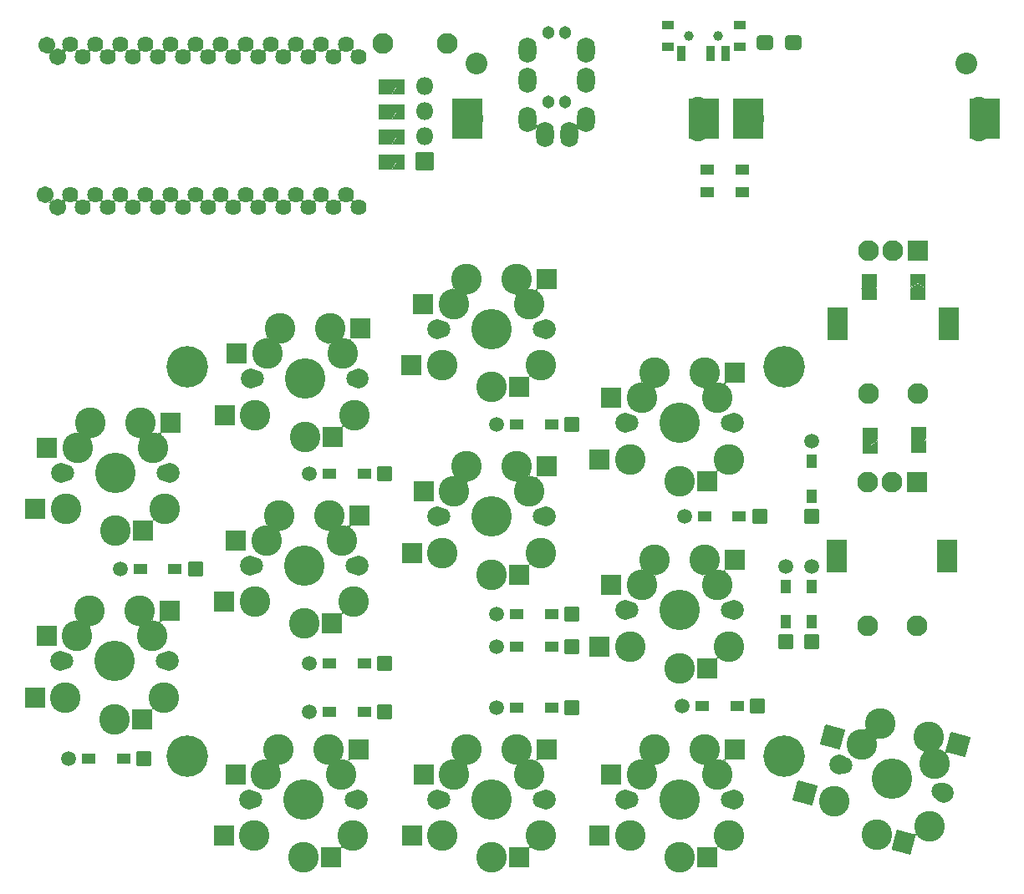
<source format=gbs>
G04 #@! TF.GenerationSoftware,KiCad,Pcbnew,(6.0.9-0)*
G04 #@! TF.CreationDate,2022-12-01T20:25:04+09:00*
G04 #@! TF.ProjectId,palette1202-PM,70616c65-7474-4653-9132-30322d504d2e,rev?*
G04 #@! TF.SameCoordinates,Original*
G04 #@! TF.FileFunction,Soldermask,Bot*
G04 #@! TF.FilePolarity,Negative*
%FSLAX46Y46*%
G04 Gerber Fmt 4.6, Leading zero omitted, Abs format (unit mm)*
G04 Created by KiCad (PCBNEW (6.0.9-0)) date 2022-12-01 20:25:04*
%MOMM*%
%LPD*%
G01*
G04 APERTURE LIST*
G04 Aperture macros list*
%AMRoundRect*
0 Rectangle with rounded corners*
0 $1 Rounding radius*
0 $2 $3 $4 $5 $6 $7 $8 $9 X,Y pos of 4 corners*
0 Add a 4 corners polygon primitive as box body*
4,1,4,$2,$3,$4,$5,$6,$7,$8,$9,$2,$3,0*
0 Add four circle primitives for the rounded corners*
1,1,$1+$1,$2,$3*
1,1,$1+$1,$4,$5*
1,1,$1+$1,$6,$7*
1,1,$1+$1,$8,$9*
0 Add four rect primitives between the rounded corners*
20,1,$1+$1,$2,$3,$4,$5,0*
20,1,$1+$1,$4,$5,$6,$7,0*
20,1,$1+$1,$6,$7,$8,$9,0*
20,1,$1+$1,$8,$9,$2,$3,0*%
%AMFreePoly0*
4,1,16,0.536062,0.786062,0.551000,0.750000,0.551000,-0.750000,0.536062,-0.786062,0.500000,-0.801000,-0.650000,-0.801000,-0.686062,-0.786062,-0.701000,-0.750000,-0.692435,-0.721710,-0.211295,0.000000,-0.692435,0.721710,-0.700010,0.760002,-0.678290,0.792435,-0.650000,0.801000,0.500000,0.801000,0.536062,0.786062,0.536062,0.786062,$1*%
%AMFreePoly1*
4,1,16,0.536062,0.786062,0.542435,0.778290,1.042435,0.028290,1.050010,-0.010002,1.042435,-0.028290,0.542435,-0.778290,0.510002,-0.800010,0.500000,-0.801000,-0.500000,-0.801000,-0.536062,-0.786062,-0.551000,-0.750000,-0.551000,0.750000,-0.536062,0.786062,-0.500000,0.801000,0.500000,0.801000,0.536062,0.786062,0.536062,0.786062,$1*%
G04 Aperture macros list end*
%ADD10C,1.302000*%
%ADD11O,1.802000X2.602000*%
%ADD12RoundRect,0.051000X-1.000000X1.000000X-1.000000X-1.000000X1.000000X-1.000000X1.000000X1.000000X0*%
%ADD13C,2.102000*%
%ADD14RoundRect,0.051000X-1.000000X1.600000X-1.000000X-1.600000X1.000000X-1.600000X1.000000X1.600000X0*%
%ADD15C,3.102000*%
%ADD16C,1.802000*%
%ADD17C,2.002000*%
%ADD18C,4.102000*%
%ADD19RoundRect,0.051000X1.000000X1.000000X-1.000000X1.000000X-1.000000X-1.000000X1.000000X-1.000000X0*%
%ADD20RoundRect,0.051000X0.950000X1.000000X-0.950000X1.000000X-0.950000X-1.000000X0.950000X-1.000000X0*%
%ADD21RoundRect,0.051000X1.224745X0.707107X-0.707107X1.224745X-1.224745X-0.707107X0.707107X-1.224745X0*%
%ADD22RoundRect,0.051000X1.176449X0.720048X-0.658810X1.211804X-1.176449X-0.720048X0.658810X-1.211804X0*%
%ADD23C,1.702200*%
%ADD24C,1.002000*%
%ADD25C,2.202000*%
%ADD26C,1.626000*%
%ADD27C,4.202000*%
%ADD28RoundRect,0.051000X0.850000X0.850000X-0.850000X0.850000X-0.850000X-0.850000X0.850000X-0.850000X0*%
%ADD29O,1.802000X1.802000*%
%ADD30C,1.902000*%
%ADD31RoundRect,0.051000X1.500000X2.000000X-1.500000X2.000000X-1.500000X-2.000000X1.500000X-2.000000X0*%
%ADD32RoundRect,0.051000X0.698500X-0.698500X0.698500X0.698500X-0.698500X0.698500X-0.698500X-0.698500X0*%
%ADD33RoundRect,0.051000X0.475000X-0.650000X0.475000X0.650000X-0.475000X0.650000X-0.475000X-0.650000X0*%
%ADD34C,1.499000*%
%ADD35RoundRect,0.051000X0.698500X0.698500X-0.698500X0.698500X-0.698500X-0.698500X0.698500X-0.698500X0*%
%ADD36RoundRect,0.051000X0.650000X0.475000X-0.650000X0.475000X-0.650000X-0.475000X0.650000X-0.475000X0*%
%ADD37RoundRect,0.300999X-0.537501X-0.425001X0.537501X-0.425001X0.537501X0.425001X-0.537501X0.425001X0*%
%ADD38FreePoly0,90.000000*%
%ADD39FreePoly1,90.000000*%
%ADD40FreePoly0,270.000000*%
%ADD41FreePoly1,270.000000*%
%ADD42RoundRect,0.051000X-0.500000X-0.400000X0.500000X-0.400000X0.500000X0.400000X-0.500000X0.400000X0*%
%ADD43RoundRect,0.051000X-0.350000X-0.750000X0.350000X-0.750000X0.350000X0.750000X-0.350000X0.750000X0*%
%ADD44FreePoly1,0.000000*%
%ADD45FreePoly0,0.000000*%
G04 APERTURE END LIST*
D10*
X139460000Y-44010000D03*
X139460000Y-37010000D03*
D11*
X137360000Y-45810000D03*
X141560000Y-47310000D03*
X137360000Y-38810000D03*
X137360000Y-41810000D03*
D10*
X141210000Y-37010000D03*
X141210000Y-44010000D03*
D11*
X143310000Y-38810000D03*
X143310000Y-41810000D03*
X143310000Y-45810000D03*
X139110000Y-47310000D03*
D12*
X176800000Y-82600000D03*
D13*
X171800000Y-82600000D03*
X174300000Y-82600000D03*
D14*
X179900000Y-90100000D03*
X168700000Y-90100000D03*
D13*
X171800000Y-97100000D03*
X176800000Y-97100000D03*
D15*
X152750000Y-101450000D03*
X147750000Y-99250000D03*
X157750000Y-99250000D03*
D16*
X147670000Y-95550000D03*
D17*
X158250000Y-95550000D03*
D16*
X157830000Y-95550000D03*
D17*
X147250000Y-95550000D03*
D18*
X152750000Y-95550000D03*
D15*
X148940000Y-93010000D03*
X150210000Y-90470000D03*
X155290000Y-90470000D03*
X156560000Y-93010000D03*
D19*
X144650000Y-99250000D03*
X145850000Y-93010000D03*
X158350000Y-90470000D03*
D20*
X155550000Y-101450000D03*
D15*
X90560000Y-104380000D03*
X91750000Y-98140000D03*
D16*
X100640000Y-100680000D03*
D17*
X101060000Y-100680000D03*
D16*
X90480000Y-100680000D03*
D15*
X93020000Y-95600000D03*
D18*
X95560000Y-100680000D03*
D17*
X90060000Y-100680000D03*
D15*
X95560000Y-106580000D03*
X100560000Y-104380000D03*
X99370000Y-98140000D03*
X98100000Y-95600000D03*
D19*
X87460000Y-104380000D03*
X88660000Y-98140000D03*
D20*
X98360000Y-106580000D03*
D19*
X101160000Y-95600000D03*
D15*
X112210000Y-85920000D03*
X119750000Y-94700000D03*
X117290000Y-85920000D03*
D16*
X119830000Y-91000000D03*
D15*
X110940000Y-88460000D03*
X109750000Y-94700000D03*
D16*
X109670000Y-91000000D03*
D15*
X118560000Y-88460000D03*
D17*
X120250000Y-91000000D03*
D15*
X114750000Y-96900000D03*
D17*
X109250000Y-91000000D03*
D18*
X114750000Y-91000000D03*
D19*
X106650000Y-94700000D03*
X107850000Y-88460000D03*
X120350000Y-85920000D03*
D20*
X117550000Y-96900000D03*
D18*
X133750000Y-86050000D03*
D15*
X129940000Y-83510000D03*
D17*
X128250000Y-86050000D03*
D15*
X136290000Y-80970000D03*
X138750000Y-89750000D03*
X128750000Y-89750000D03*
D16*
X128670000Y-86050000D03*
D15*
X137560000Y-83510000D03*
X131210000Y-80970000D03*
D17*
X139250000Y-86050000D03*
D16*
X138830000Y-86050000D03*
D15*
X133750000Y-91950000D03*
D19*
X126850000Y-83510000D03*
X125650000Y-89750000D03*
X139350000Y-80970000D03*
D20*
X136550000Y-91950000D03*
D17*
X147250000Y-76550000D03*
D15*
X156560000Y-74010000D03*
D16*
X157830000Y-76550000D03*
D15*
X152750000Y-82450000D03*
D17*
X158250000Y-76550000D03*
D16*
X147670000Y-76550000D03*
D15*
X147750000Y-80250000D03*
X155290000Y-71470000D03*
X150210000Y-71470000D03*
D18*
X152750000Y-76550000D03*
D15*
X157750000Y-80250000D03*
X148940000Y-74010000D03*
D19*
X144650000Y-80250000D03*
X145850000Y-74010000D03*
D20*
X155550000Y-82450000D03*
D19*
X158350000Y-71470000D03*
D17*
X101100000Y-81600000D03*
D16*
X100680000Y-81600000D03*
D15*
X91790000Y-79060000D03*
X99410000Y-79060000D03*
X98140000Y-76520000D03*
X90600000Y-85300000D03*
D18*
X95600000Y-81600000D03*
D15*
X95600000Y-87500000D03*
D17*
X90100000Y-81600000D03*
D15*
X93060000Y-76520000D03*
D16*
X90520000Y-81600000D03*
D15*
X100600000Y-85300000D03*
D19*
X87500000Y-85300000D03*
X88700000Y-79060000D03*
D20*
X98400000Y-87500000D03*
D19*
X101200000Y-76520000D03*
D15*
X147750000Y-118400000D03*
D17*
X147250000Y-114700000D03*
D15*
X152750000Y-120600000D03*
X148940000Y-112160000D03*
D16*
X147670000Y-114700000D03*
D15*
X156560000Y-112160000D03*
D17*
X158250000Y-114700000D03*
D15*
X150210000Y-109620000D03*
D18*
X152750000Y-114700000D03*
D15*
X157750000Y-118400000D03*
D16*
X157830000Y-114700000D03*
D15*
X155290000Y-109620000D03*
D19*
X144650000Y-118400000D03*
X145850000Y-112160000D03*
X158350000Y-109620000D03*
D20*
X155550000Y-120600000D03*
D15*
X178587578Y-111132649D03*
D16*
X169343097Y-111285199D03*
D15*
X178121999Y-117468021D03*
D18*
X174250000Y-112600000D03*
D15*
X168462740Y-114879830D03*
X173111349Y-107035696D03*
X172722968Y-118298962D03*
D17*
X168937408Y-111176495D03*
D16*
X179156903Y-113914801D03*
D17*
X179562592Y-114023505D03*
D15*
X171227223Y-109160448D03*
X178018252Y-108350497D03*
D21*
X165468370Y-114077491D03*
X168242512Y-108360697D03*
X180973985Y-109142483D03*
D22*
X175427560Y-119023656D03*
D23*
X88650000Y-38250000D03*
X88550000Y-53450000D03*
D15*
X128700000Y-70750000D03*
D17*
X139200000Y-67050000D03*
X128200000Y-67050000D03*
D15*
X129890000Y-64510000D03*
D18*
X133700000Y-67050000D03*
D15*
X138700000Y-70750000D03*
X136240000Y-61970000D03*
D16*
X128620000Y-67050000D03*
D15*
X137510000Y-64510000D03*
D16*
X138780000Y-67050000D03*
D15*
X133700000Y-72950000D03*
X131160000Y-61970000D03*
D19*
X125600000Y-70750000D03*
X126800000Y-64510000D03*
X139300000Y-61970000D03*
D20*
X136500000Y-72950000D03*
D18*
X114700000Y-114700000D03*
D17*
X120200000Y-114700000D03*
D15*
X109700000Y-118400000D03*
X118510000Y-112160000D03*
D16*
X119780000Y-114700000D03*
X109620000Y-114700000D03*
D15*
X112160000Y-109620000D03*
X117240000Y-109620000D03*
X110890000Y-112160000D03*
D17*
X109200000Y-114700000D03*
D15*
X119700000Y-118400000D03*
X114700000Y-120600000D03*
D19*
X106600000Y-118400000D03*
X107800000Y-112160000D03*
X120300000Y-109620000D03*
D20*
X117500000Y-120600000D03*
D24*
X156694000Y-37387600D03*
X153694000Y-37387600D03*
D25*
X181784000Y-40140000D03*
X132206000Y-40140000D03*
D15*
X118610000Y-69560000D03*
D16*
X109720000Y-72100000D03*
D15*
X110990000Y-69560000D03*
D17*
X109300000Y-72100000D03*
X120300000Y-72100000D03*
D15*
X117340000Y-67020000D03*
X109800000Y-75800000D03*
D18*
X114800000Y-72100000D03*
D15*
X112260000Y-67020000D03*
X114800000Y-78000000D03*
D16*
X119880000Y-72100000D03*
D15*
X119800000Y-75800000D03*
D19*
X107900000Y-69560000D03*
X106700000Y-75800000D03*
X120400000Y-67020000D03*
D20*
X117600000Y-78000000D03*
D13*
X122726000Y-38124000D03*
X129226000Y-38124000D03*
D18*
X133750000Y-114700000D03*
D15*
X129940000Y-112160000D03*
D16*
X138830000Y-114700000D03*
D17*
X128250000Y-114700000D03*
X139250000Y-114700000D03*
D15*
X136290000Y-109620000D03*
X138750000Y-118400000D03*
D16*
X128670000Y-114700000D03*
D15*
X131210000Y-109620000D03*
X137560000Y-112160000D03*
X133750000Y-120600000D03*
X128750000Y-118400000D03*
D19*
X125650000Y-118400000D03*
X126850000Y-112160000D03*
X139350000Y-109620000D03*
D20*
X136550000Y-120600000D03*
D26*
X91072000Y-38193600D03*
X92342000Y-54740000D03*
X94882000Y-54740000D03*
X93612000Y-38193600D03*
X96152000Y-38193600D03*
X97422000Y-54740000D03*
X99962000Y-54740000D03*
X98692000Y-38193600D03*
X101232000Y-38193600D03*
X102502000Y-54740000D03*
X105042000Y-54740000D03*
X103772000Y-38193600D03*
X107582000Y-54740000D03*
X106312000Y-38193600D03*
X110122000Y-54740000D03*
X108852000Y-38193600D03*
X111392000Y-38193600D03*
X112662000Y-54740000D03*
X113932000Y-38193600D03*
X115202000Y-54740000D03*
X116472000Y-38193600D03*
X117742000Y-54740000D03*
X120282000Y-54740000D03*
X119012000Y-38193600D03*
X120282000Y-39500000D03*
X119012000Y-53413600D03*
X117742000Y-39500000D03*
X116472000Y-53413600D03*
X115202000Y-39500000D03*
X113932000Y-53413600D03*
X112662000Y-39500000D03*
X111392000Y-53413600D03*
X110122000Y-39500000D03*
X108852000Y-53413600D03*
X106312000Y-53413600D03*
X107582000Y-39500000D03*
X105042000Y-39500000D03*
X103772000Y-53413600D03*
X101232000Y-53413600D03*
X102502000Y-39500000D03*
X98692000Y-53413600D03*
X99962000Y-39500000D03*
X97422000Y-39500000D03*
X96152000Y-53413600D03*
X93612000Y-53413600D03*
X94882000Y-39500000D03*
X92342000Y-39500000D03*
X91072000Y-53413600D03*
D27*
X102870000Y-70866000D03*
X102870000Y-110302800D03*
X163388800Y-110302800D03*
X163388800Y-70866000D03*
D28*
X126974600Y-50092100D03*
D29*
X126974600Y-47552100D03*
X126974600Y-45012100D03*
X126974600Y-42472100D03*
D30*
X183041800Y-44460000D03*
X183041800Y-47060000D03*
D31*
X183688000Y-45760000D03*
X159688000Y-45760000D03*
D30*
X160388000Y-45710000D03*
X154593800Y-47060000D03*
X154593800Y-44460000D03*
D31*
X155240000Y-45760000D03*
X131240000Y-45760000D03*
D30*
X131940000Y-45710000D03*
D23*
X89797000Y-39470200D03*
X89797000Y-54710200D03*
D13*
X176900000Y-73600000D03*
X171900000Y-73600000D03*
D14*
X180000000Y-66600000D03*
X168800000Y-66600000D03*
D13*
X174400000Y-59100000D03*
X171900000Y-59100000D03*
D12*
X176900000Y-59100000D03*
D32*
X166141400Y-98729800D03*
D33*
X166141400Y-96694800D03*
D34*
X166141400Y-91109800D03*
D33*
X166141400Y-93144800D03*
D35*
X103708200Y-91338400D03*
D36*
X101673200Y-91338400D03*
X98123200Y-91338400D03*
D34*
X96088200Y-91338400D03*
D36*
X120824800Y-105892600D03*
D35*
X122859800Y-105892600D03*
D36*
X117274800Y-105892600D03*
D34*
X115239800Y-105892600D03*
D33*
X166141400Y-83969400D03*
D32*
X166141400Y-86004400D03*
D33*
X166141400Y-80419400D03*
D34*
X166141400Y-78384400D03*
D35*
X122859800Y-100939600D03*
D36*
X120824800Y-100939600D03*
X117274800Y-100939600D03*
D34*
X115239800Y-100939600D03*
D36*
X139824000Y-105410000D03*
D35*
X141859000Y-105410000D03*
D36*
X136274000Y-105410000D03*
D34*
X134239000Y-105410000D03*
D36*
X139824000Y-76758800D03*
D35*
X141859000Y-76758800D03*
D34*
X134239000Y-76758800D03*
D36*
X136274000Y-76758800D03*
X139824000Y-95961200D03*
D35*
X141859000Y-95961200D03*
D36*
X136274000Y-95961200D03*
D34*
X134239000Y-95961200D03*
D36*
X158620000Y-105232200D03*
D35*
X160655000Y-105232200D03*
D36*
X155070000Y-105232200D03*
D34*
X153035000Y-105232200D03*
D36*
X158823200Y-86029800D03*
D35*
X160858200Y-86029800D03*
D34*
X153238200Y-86029800D03*
D36*
X155273200Y-86029800D03*
X139824000Y-99212400D03*
D35*
X141859000Y-99212400D03*
D34*
X134239000Y-99212400D03*
D36*
X136274000Y-99212400D03*
D32*
X163550600Y-98729800D03*
D33*
X163550600Y-96694800D03*
X163550600Y-93144800D03*
D34*
X163550600Y-91109800D03*
D36*
X159128000Y-50900200D03*
X155578000Y-50900200D03*
D37*
X161376500Y-38073200D03*
X164251500Y-38073200D03*
D36*
X96491600Y-110566200D03*
D35*
X98526600Y-110566200D03*
D34*
X90906600Y-110566200D03*
D36*
X92941600Y-110566200D03*
X120824800Y-81686400D03*
D35*
X122859800Y-81686400D03*
D34*
X115239800Y-81686400D03*
D36*
X117274800Y-81686400D03*
X159128000Y-53186200D03*
X155578000Y-53186200D03*
D38*
X171958000Y-62063800D03*
D39*
X171958000Y-63513800D03*
D40*
X176961800Y-79026001D03*
D41*
X176961800Y-77576001D03*
X172034200Y-77623501D03*
D40*
X172034200Y-79073501D03*
D24*
X156694000Y-37387600D03*
D42*
X158844000Y-36287600D03*
X151544000Y-36287600D03*
D24*
X153694000Y-37387600D03*
D42*
X151544000Y-38497600D03*
X158844000Y-38497600D03*
D43*
X152944000Y-39147600D03*
X155944000Y-39147600D03*
X157444000Y-39147600D03*
D44*
X122846000Y-50130200D03*
D45*
X124296000Y-50130200D03*
D44*
X122846000Y-47590200D03*
D45*
X124296000Y-47590200D03*
D44*
X122846000Y-45050200D03*
D45*
X124296000Y-45050200D03*
D44*
X122846000Y-42510200D03*
D45*
X124296000Y-42510200D03*
D39*
X176911000Y-63488400D03*
D38*
X176911000Y-62038400D03*
G36*
X118481825Y-119351440D02*
G01*
X118604696Y-119495304D01*
X118742505Y-119613004D01*
X118743173Y-119614889D01*
X118741874Y-119616410D01*
X118740023Y-119616138D01*
X118698960Y-119586029D01*
X118633551Y-119562368D01*
X118566024Y-119577760D01*
X118517508Y-119627248D01*
X118502940Y-119685532D01*
X118501550Y-119686970D01*
X118499610Y-119686485D01*
X118499000Y-119685047D01*
X118499000Y-119600199D01*
X118495233Y-119581262D01*
X118484620Y-119565380D01*
X118468738Y-119554767D01*
X118449801Y-119551000D01*
X118378689Y-119551000D01*
X118376957Y-119550000D01*
X118376957Y-119548000D01*
X118378126Y-119547081D01*
X118445141Y-119527404D01*
X118490496Y-119475061D01*
X118500358Y-119406469D01*
X118478456Y-119353503D01*
X118478718Y-119351521D01*
X118480566Y-119350756D01*
X118481825Y-119351440D01*
G37*
G36*
X156531825Y-119351440D02*
G01*
X156654696Y-119495304D01*
X156792505Y-119613004D01*
X156793173Y-119614889D01*
X156791874Y-119616410D01*
X156790023Y-119616138D01*
X156748960Y-119586029D01*
X156683551Y-119562368D01*
X156616024Y-119577760D01*
X156567508Y-119627248D01*
X156552940Y-119685532D01*
X156551550Y-119686970D01*
X156549610Y-119686485D01*
X156549000Y-119685047D01*
X156549000Y-119600199D01*
X156545233Y-119581262D01*
X156534620Y-119565380D01*
X156518738Y-119554767D01*
X156499801Y-119551000D01*
X156428689Y-119551000D01*
X156426957Y-119550000D01*
X156426957Y-119548000D01*
X156428126Y-119547081D01*
X156495141Y-119527404D01*
X156540496Y-119475061D01*
X156550358Y-119406469D01*
X156528456Y-119353503D01*
X156528718Y-119351521D01*
X156530566Y-119350756D01*
X156531825Y-119351440D01*
G37*
G36*
X137531825Y-119351440D02*
G01*
X137654696Y-119495304D01*
X137792505Y-119613004D01*
X137793173Y-119614889D01*
X137791874Y-119616410D01*
X137790023Y-119616138D01*
X137748960Y-119586029D01*
X137683551Y-119562368D01*
X137616024Y-119577760D01*
X137567508Y-119627248D01*
X137552940Y-119685532D01*
X137551550Y-119686970D01*
X137549610Y-119686485D01*
X137549000Y-119685047D01*
X137549000Y-119600199D01*
X137545233Y-119581262D01*
X137534620Y-119565380D01*
X137518738Y-119554767D01*
X137499801Y-119551000D01*
X137428689Y-119551000D01*
X137426957Y-119550000D01*
X137426957Y-119548000D01*
X137428126Y-119547081D01*
X137495141Y-119527404D01*
X137540496Y-119475061D01*
X137550358Y-119406469D01*
X137528456Y-119353503D01*
X137528718Y-119351521D01*
X137530566Y-119350756D01*
X137531825Y-119351440D01*
G37*
G36*
X176679751Y-118021365D02*
G01*
X176741836Y-118171251D01*
X176850965Y-118349333D01*
X176851018Y-118351332D01*
X176849312Y-118352377D01*
X176848060Y-118351978D01*
X176795975Y-118312890D01*
X176726899Y-118307868D01*
X176666049Y-118340999D01*
X176633877Y-118396647D01*
X176632145Y-118397646D01*
X176630413Y-118396645D01*
X176630214Y-118395128D01*
X176651288Y-118316481D01*
X176652550Y-118297217D01*
X176646409Y-118279129D01*
X176633814Y-118264765D01*
X176616499Y-118256227D01*
X176391797Y-118196018D01*
X176390383Y-118194604D01*
X176390901Y-118192672D01*
X176392833Y-118192154D01*
X176546146Y-118233234D01*
X176615682Y-118231579D01*
X176673037Y-118192760D01*
X176700324Y-118129038D01*
X176693941Y-118072717D01*
X176676021Y-118022806D01*
X176676377Y-118020838D01*
X176678259Y-118020162D01*
X176679751Y-118021365D01*
G37*
G36*
X117240000Y-111168994D02*
G01*
X117326973Y-111162149D01*
X117328778Y-111163010D01*
X117328935Y-111165004D01*
X117328651Y-111165442D01*
X117256836Y-111249527D01*
X117170824Y-111389886D01*
X117169067Y-111390840D01*
X117167361Y-111389795D01*
X117167409Y-111387803D01*
X117189959Y-111350641D01*
X117207828Y-111283419D01*
X117186610Y-111217491D01*
X117133030Y-111173430D01*
X117089603Y-111163676D01*
X117064378Y-111162685D01*
X117064083Y-111162652D01*
X117032574Y-111156670D01*
X117031059Y-111155364D01*
X117031432Y-111153399D01*
X117033104Y-111152711D01*
X117240000Y-111168994D01*
G37*
G36*
X136290000Y-111168994D02*
G01*
X136376973Y-111162149D01*
X136378778Y-111163010D01*
X136378935Y-111165004D01*
X136378651Y-111165442D01*
X136306836Y-111249527D01*
X136220824Y-111389886D01*
X136219067Y-111390840D01*
X136217361Y-111389795D01*
X136217409Y-111387803D01*
X136239959Y-111350641D01*
X136257828Y-111283419D01*
X136236610Y-111217491D01*
X136183030Y-111173430D01*
X136139603Y-111163676D01*
X136114378Y-111162685D01*
X136114083Y-111162652D01*
X136082574Y-111156670D01*
X136081059Y-111155364D01*
X136081432Y-111153399D01*
X136083104Y-111152711D01*
X136290000Y-111168994D01*
G37*
G36*
X155290000Y-111168994D02*
G01*
X155376973Y-111162149D01*
X155378778Y-111163010D01*
X155378935Y-111165004D01*
X155378651Y-111165442D01*
X155306836Y-111249527D01*
X155220824Y-111389886D01*
X155219067Y-111390840D01*
X155217361Y-111389795D01*
X155217409Y-111387803D01*
X155239959Y-111350641D01*
X155257828Y-111283419D01*
X155236610Y-111217491D01*
X155183030Y-111173430D01*
X155139603Y-111163676D01*
X155114378Y-111162685D01*
X155114083Y-111162652D01*
X155082574Y-111156670D01*
X155081059Y-111155364D01*
X155081432Y-111153399D01*
X155083104Y-111152711D01*
X155290000Y-111168994D01*
G37*
G36*
X150362119Y-111158025D02*
G01*
X150362276Y-111160019D01*
X150360689Y-111161146D01*
X150351596Y-111162142D01*
X150287386Y-111188887D01*
X150248000Y-111245856D01*
X150245659Y-111315237D01*
X150257981Y-111345593D01*
X150275405Y-111376080D01*
X150275397Y-111378080D01*
X150273660Y-111379072D01*
X150271964Y-111378117D01*
X150193164Y-111249527D01*
X150121349Y-111165442D01*
X150120985Y-111163475D01*
X150122506Y-111162176D01*
X150123027Y-111162149D01*
X150210000Y-111168994D01*
X150360314Y-111157164D01*
X150362119Y-111158025D01*
G37*
G36*
X131362119Y-111158025D02*
G01*
X131362276Y-111160019D01*
X131360689Y-111161146D01*
X131351596Y-111162142D01*
X131287386Y-111188887D01*
X131248000Y-111245856D01*
X131245659Y-111315237D01*
X131257981Y-111345593D01*
X131275405Y-111376080D01*
X131275397Y-111378080D01*
X131273660Y-111379072D01*
X131271964Y-111378117D01*
X131193164Y-111249527D01*
X131121349Y-111165442D01*
X131120985Y-111163475D01*
X131122506Y-111162176D01*
X131123027Y-111162149D01*
X131210000Y-111168994D01*
X131360314Y-111157164D01*
X131362119Y-111158025D01*
G37*
G36*
X112312119Y-111158025D02*
G01*
X112312276Y-111160019D01*
X112310689Y-111161146D01*
X112301596Y-111162142D01*
X112237386Y-111188887D01*
X112198000Y-111245856D01*
X112195659Y-111315237D01*
X112207981Y-111345593D01*
X112225405Y-111376080D01*
X112225397Y-111378080D01*
X112223660Y-111379072D01*
X112221964Y-111378117D01*
X112143164Y-111249527D01*
X112071349Y-111165442D01*
X112070985Y-111163475D01*
X112072506Y-111162176D01*
X112073027Y-111162149D01*
X112160000Y-111168994D01*
X112310314Y-111157164D01*
X112312119Y-111158025D01*
G37*
G36*
X119250141Y-110599980D02*
G01*
X119251000Y-110601623D01*
X119251000Y-110619801D01*
X119254767Y-110638738D01*
X119265380Y-110654620D01*
X119281262Y-110665233D01*
X119300199Y-110669000D01*
X119476081Y-110669000D01*
X119477813Y-110670000D01*
X119477813Y-110672000D01*
X119476644Y-110672919D01*
X119409629Y-110692596D01*
X119364274Y-110744939D01*
X119354417Y-110813492D01*
X119383259Y-110876646D01*
X119392845Y-110885254D01*
X119393466Y-110887155D01*
X119392130Y-110888643D01*
X119390464Y-110888447D01*
X119213230Y-110779837D01*
X119039781Y-110707992D01*
X119038563Y-110706405D01*
X119039328Y-110704557D01*
X119041156Y-110704239D01*
X119086232Y-110718668D01*
X119155767Y-110720351D01*
X119214919Y-110684327D01*
X119245300Y-110621848D01*
X119247007Y-110601456D01*
X119248148Y-110599814D01*
X119250141Y-110599980D01*
G37*
G36*
X157300141Y-110599980D02*
G01*
X157301000Y-110601623D01*
X157301000Y-110619801D01*
X157304767Y-110638738D01*
X157315380Y-110654620D01*
X157331262Y-110665233D01*
X157350199Y-110669000D01*
X157526081Y-110669000D01*
X157527813Y-110670000D01*
X157527813Y-110672000D01*
X157526644Y-110672919D01*
X157459629Y-110692596D01*
X157414274Y-110744939D01*
X157404417Y-110813492D01*
X157433259Y-110876646D01*
X157442845Y-110885254D01*
X157443466Y-110887155D01*
X157442130Y-110888643D01*
X157440464Y-110888447D01*
X157263230Y-110779837D01*
X157089781Y-110707992D01*
X157088563Y-110706405D01*
X157089328Y-110704557D01*
X157091156Y-110704239D01*
X157136232Y-110718668D01*
X157205767Y-110720351D01*
X157264919Y-110684327D01*
X157295300Y-110621848D01*
X157297007Y-110601456D01*
X157298148Y-110599814D01*
X157300141Y-110599980D01*
G37*
G36*
X138300141Y-110599980D02*
G01*
X138301000Y-110601623D01*
X138301000Y-110619801D01*
X138304767Y-110638738D01*
X138315380Y-110654620D01*
X138331262Y-110665233D01*
X138350199Y-110669000D01*
X138526081Y-110669000D01*
X138527813Y-110670000D01*
X138527813Y-110672000D01*
X138526644Y-110672919D01*
X138459629Y-110692596D01*
X138414274Y-110744939D01*
X138404417Y-110813492D01*
X138433259Y-110876646D01*
X138442845Y-110885254D01*
X138443466Y-110887155D01*
X138442130Y-110888643D01*
X138440464Y-110888447D01*
X138263230Y-110779837D01*
X138089781Y-110707992D01*
X138088563Y-110706405D01*
X138089328Y-110704557D01*
X138091156Y-110704239D01*
X138136232Y-110718668D01*
X138205767Y-110720351D01*
X138264919Y-110684327D01*
X138295300Y-110621848D01*
X138297007Y-110601456D01*
X138298148Y-110599814D01*
X138300141Y-110599980D01*
G37*
G36*
X118612028Y-110342246D02*
G01*
X118612094Y-110344021D01*
X118604568Y-110360729D01*
X118604426Y-110360990D01*
X118563077Y-110425274D01*
X118543453Y-110492008D01*
X118562940Y-110558468D01*
X118615384Y-110603948D01*
X118646734Y-110613478D01*
X118697630Y-110621767D01*
X118699179Y-110623032D01*
X118698858Y-110625006D01*
X118697152Y-110625735D01*
X118510000Y-110611006D01*
X118423027Y-110617851D01*
X118421222Y-110616990D01*
X118421065Y-110614996D01*
X118421349Y-110614558D01*
X118493164Y-110530473D01*
X118608565Y-110342155D01*
X118610322Y-110341201D01*
X118612028Y-110342246D01*
G37*
G36*
X156662028Y-110342246D02*
G01*
X156662094Y-110344021D01*
X156654568Y-110360729D01*
X156654426Y-110360990D01*
X156613077Y-110425274D01*
X156593453Y-110492008D01*
X156612940Y-110558468D01*
X156665384Y-110603948D01*
X156696734Y-110613478D01*
X156747630Y-110621767D01*
X156749179Y-110623032D01*
X156748858Y-110625006D01*
X156747152Y-110625735D01*
X156560000Y-110611006D01*
X156473027Y-110617851D01*
X156471222Y-110616990D01*
X156471065Y-110614996D01*
X156471349Y-110614558D01*
X156543164Y-110530473D01*
X156658565Y-110342155D01*
X156660322Y-110341201D01*
X156662028Y-110342246D01*
G37*
G36*
X137662028Y-110342246D02*
G01*
X137662094Y-110344021D01*
X137654568Y-110360729D01*
X137654426Y-110360990D01*
X137613077Y-110425274D01*
X137593453Y-110492008D01*
X137612940Y-110558468D01*
X137665384Y-110603948D01*
X137696734Y-110613478D01*
X137747630Y-110621767D01*
X137749179Y-110623032D01*
X137748858Y-110625006D01*
X137747152Y-110625735D01*
X137560000Y-110611006D01*
X137473027Y-110617851D01*
X137471222Y-110616990D01*
X137471065Y-110614996D01*
X137471349Y-110614558D01*
X137543164Y-110530473D01*
X137658565Y-110342155D01*
X137660322Y-110341201D01*
X137662028Y-110342246D01*
G37*
G36*
X148868828Y-110386857D02*
G01*
X148956836Y-110530473D01*
X149028651Y-110614558D01*
X149029015Y-110616525D01*
X149027494Y-110617824D01*
X149026973Y-110617851D01*
X148940000Y-110611006D01*
X148772080Y-110624222D01*
X148770275Y-110623361D01*
X148770118Y-110621367D01*
X148771653Y-110620246D01*
X148798872Y-110616541D01*
X148862358Y-110588125D01*
X148900239Y-110530145D01*
X148900763Y-110460698D01*
X148890869Y-110436321D01*
X148865361Y-110388849D01*
X148865422Y-110386850D01*
X148867184Y-110385903D01*
X148868828Y-110386857D01*
G37*
G36*
X129868828Y-110386857D02*
G01*
X129956836Y-110530473D01*
X130028651Y-110614558D01*
X130029015Y-110616525D01*
X130027494Y-110617824D01*
X130026973Y-110617851D01*
X129940000Y-110611006D01*
X129772080Y-110624222D01*
X129770275Y-110623361D01*
X129770118Y-110621367D01*
X129771653Y-110620246D01*
X129798872Y-110616541D01*
X129862358Y-110588125D01*
X129900239Y-110530145D01*
X129900763Y-110460698D01*
X129890869Y-110436321D01*
X129865361Y-110388849D01*
X129865422Y-110386850D01*
X129867184Y-110385903D01*
X129868828Y-110386857D01*
G37*
G36*
X110818828Y-110386857D02*
G01*
X110906836Y-110530473D01*
X110978651Y-110614558D01*
X110979015Y-110616525D01*
X110977494Y-110617824D01*
X110976973Y-110617851D01*
X110890000Y-110611006D01*
X110722080Y-110624222D01*
X110720275Y-110623361D01*
X110720118Y-110621367D01*
X110721653Y-110620246D01*
X110748872Y-110616541D01*
X110812358Y-110588125D01*
X110850239Y-110530145D01*
X110850763Y-110460698D01*
X110840869Y-110436321D01*
X110815361Y-110388849D01*
X110815422Y-110386850D01*
X110817184Y-110385903D01*
X110818828Y-110386857D01*
G37*
G36*
X179705512Y-109820258D02*
G01*
X179705894Y-109822040D01*
X179701961Y-109836717D01*
X179700698Y-109855981D01*
X179706839Y-109874069D01*
X179719435Y-109888433D01*
X179736749Y-109896971D01*
X179913621Y-109944364D01*
X179915035Y-109945778D01*
X179914517Y-109947710D01*
X179912585Y-109948228D01*
X179906606Y-109946626D01*
X179837070Y-109948281D01*
X179779715Y-109987100D01*
X179752451Y-110050768D01*
X179763967Y-110119252D01*
X179777970Y-110141593D01*
X179787481Y-110153658D01*
X179787768Y-110155637D01*
X179786197Y-110156875D01*
X179784389Y-110156195D01*
X179682882Y-110037345D01*
X179516650Y-109895370D01*
X179515982Y-109893485D01*
X179517281Y-109891964D01*
X179518580Y-109891951D01*
X179578887Y-109911997D01*
X179645989Y-109894842D01*
X179693293Y-109843992D01*
X179702092Y-109820812D01*
X179703642Y-109819548D01*
X179705512Y-109820258D01*
G37*
G36*
X177539586Y-109823677D02*
G01*
X177699134Y-109861982D01*
X177700585Y-109863359D01*
X177700118Y-109865304D01*
X177699712Y-109865632D01*
X177677104Y-109879485D01*
X177524861Y-110009513D01*
X177522894Y-110009877D01*
X177521595Y-110008356D01*
X177521864Y-110006936D01*
X177556553Y-109951175D01*
X177555537Y-109881923D01*
X177517182Y-109824124D01*
X177482303Y-109804263D01*
X177481293Y-109802537D01*
X177482283Y-109800799D01*
X177484058Y-109800677D01*
X177539586Y-109823677D01*
G37*
G36*
X179110119Y-109452683D02*
G01*
X179109656Y-109454366D01*
X179106629Y-109457818D01*
X179106417Y-109458026D01*
X179091779Y-109470417D01*
X179053501Y-109528496D01*
X179052703Y-109597749D01*
X179089518Y-109656510D01*
X179133730Y-109681687D01*
X179169074Y-109693001D01*
X179169349Y-109693112D01*
X179229388Y-109722720D01*
X179230499Y-109724383D01*
X179229614Y-109726177D01*
X179227738Y-109726362D01*
X179066244Y-109659469D01*
X178906696Y-109621164D01*
X178905245Y-109619787D01*
X178905712Y-109617842D01*
X178906118Y-109617514D01*
X178928726Y-109603661D01*
X179106853Y-109451526D01*
X179108820Y-109451162D01*
X179110119Y-109452683D01*
G37*
G36*
X172632437Y-108508775D02*
G01*
X172632680Y-108508876D01*
X172847006Y-108560331D01*
X172848457Y-108561708D01*
X172847990Y-108563653D01*
X172846735Y-108564266D01*
X172787085Y-108570129D01*
X172732763Y-108613094D01*
X172710241Y-108678758D01*
X172713147Y-108711385D01*
X172738107Y-108821692D01*
X172737514Y-108823602D01*
X172735563Y-108824043D01*
X172734211Y-108822600D01*
X172700403Y-108681782D01*
X172629823Y-108511387D01*
X172630084Y-108509404D01*
X172631932Y-108508639D01*
X172632437Y-108508775D01*
G37*
G36*
X171601681Y-107362382D02*
G01*
X171638169Y-107514362D01*
X171708749Y-107684757D01*
X171708488Y-107686740D01*
X171706640Y-107687505D01*
X171706135Y-107687369D01*
X171705892Y-107687268D01*
X171495357Y-107636723D01*
X171493906Y-107635346D01*
X171494373Y-107633401D01*
X171495576Y-107632793D01*
X171555673Y-107625293D01*
X171608851Y-107580922D01*
X171629632Y-107514739D01*
X171622408Y-107470821D01*
X171615208Y-107450769D01*
X171615128Y-107450483D01*
X171597774Y-107363239D01*
X171598417Y-107361345D01*
X171600379Y-107360955D01*
X171601681Y-107362382D01*
G37*
G36*
X99341825Y-105331440D02*
G01*
X99464696Y-105475304D01*
X99602505Y-105593004D01*
X99603173Y-105594889D01*
X99601874Y-105596410D01*
X99600023Y-105596138D01*
X99558960Y-105566029D01*
X99493551Y-105542368D01*
X99426024Y-105557760D01*
X99377508Y-105607248D01*
X99362940Y-105665532D01*
X99361550Y-105666970D01*
X99359610Y-105666485D01*
X99359000Y-105665047D01*
X99359000Y-105580199D01*
X99355233Y-105561262D01*
X99344620Y-105545380D01*
X99328738Y-105534767D01*
X99309801Y-105531000D01*
X99238689Y-105531000D01*
X99236957Y-105530000D01*
X99236957Y-105528000D01*
X99238126Y-105527081D01*
X99305141Y-105507404D01*
X99350496Y-105455061D01*
X99360358Y-105386469D01*
X99338456Y-105333503D01*
X99338718Y-105331521D01*
X99340566Y-105330756D01*
X99341825Y-105331440D01*
G37*
G36*
X156531825Y-100201440D02*
G01*
X156654696Y-100345304D01*
X156792505Y-100463004D01*
X156793173Y-100464889D01*
X156791874Y-100466410D01*
X156790023Y-100466138D01*
X156748960Y-100436029D01*
X156683551Y-100412368D01*
X156616024Y-100427760D01*
X156567508Y-100477248D01*
X156552940Y-100535532D01*
X156551550Y-100536970D01*
X156549610Y-100536485D01*
X156549000Y-100535047D01*
X156549000Y-100450199D01*
X156545233Y-100431262D01*
X156534620Y-100415380D01*
X156518738Y-100404767D01*
X156499801Y-100401000D01*
X156428689Y-100401000D01*
X156426957Y-100400000D01*
X156426957Y-100398000D01*
X156428126Y-100397081D01*
X156495141Y-100377404D01*
X156540496Y-100325061D01*
X156550358Y-100256469D01*
X156528456Y-100203503D01*
X156528718Y-100201521D01*
X156530566Y-100200756D01*
X156531825Y-100201440D01*
G37*
G36*
X98100000Y-97148994D02*
G01*
X98186973Y-97142149D01*
X98188778Y-97143010D01*
X98188935Y-97145004D01*
X98188651Y-97145442D01*
X98116836Y-97229527D01*
X98030824Y-97369886D01*
X98029067Y-97370840D01*
X98027361Y-97369795D01*
X98027409Y-97367803D01*
X98049959Y-97330641D01*
X98067828Y-97263419D01*
X98046610Y-97197491D01*
X97993030Y-97153430D01*
X97949603Y-97143676D01*
X97924378Y-97142685D01*
X97924083Y-97142652D01*
X97892574Y-97136670D01*
X97891059Y-97135364D01*
X97891432Y-97133399D01*
X97893104Y-97132711D01*
X98100000Y-97148994D01*
G37*
G36*
X93172119Y-97138025D02*
G01*
X93172276Y-97140019D01*
X93170689Y-97141146D01*
X93161596Y-97142142D01*
X93097386Y-97168887D01*
X93058000Y-97225856D01*
X93055659Y-97295237D01*
X93067981Y-97325593D01*
X93085405Y-97356080D01*
X93085397Y-97358080D01*
X93083660Y-97359072D01*
X93081964Y-97358117D01*
X93003164Y-97229527D01*
X92931349Y-97145442D01*
X92930985Y-97143475D01*
X92932506Y-97142176D01*
X92933027Y-97142149D01*
X93020000Y-97148994D01*
X93170314Y-97137164D01*
X93172119Y-97138025D01*
G37*
G36*
X100110141Y-96579980D02*
G01*
X100111000Y-96581623D01*
X100111000Y-96599801D01*
X100114767Y-96618738D01*
X100125380Y-96634620D01*
X100141262Y-96645233D01*
X100160199Y-96649000D01*
X100336081Y-96649000D01*
X100337813Y-96650000D01*
X100337813Y-96652000D01*
X100336644Y-96652919D01*
X100269629Y-96672596D01*
X100224274Y-96724939D01*
X100214417Y-96793492D01*
X100243259Y-96856646D01*
X100252845Y-96865254D01*
X100253466Y-96867155D01*
X100252130Y-96868643D01*
X100250464Y-96868447D01*
X100073230Y-96759837D01*
X99899781Y-96687992D01*
X99898563Y-96686405D01*
X99899328Y-96684557D01*
X99901156Y-96684239D01*
X99946232Y-96698668D01*
X100015767Y-96700351D01*
X100074919Y-96664327D01*
X100105300Y-96601848D01*
X100107007Y-96581456D01*
X100108148Y-96579814D01*
X100110141Y-96579980D01*
G37*
G36*
X99472028Y-96322246D02*
G01*
X99472094Y-96324021D01*
X99464568Y-96340729D01*
X99464426Y-96340990D01*
X99423077Y-96405274D01*
X99403453Y-96472008D01*
X99422940Y-96538468D01*
X99475384Y-96583948D01*
X99506734Y-96593478D01*
X99557630Y-96601767D01*
X99559179Y-96603032D01*
X99558858Y-96605006D01*
X99557152Y-96605735D01*
X99370000Y-96591006D01*
X99283027Y-96597851D01*
X99281222Y-96596990D01*
X99281065Y-96594996D01*
X99281349Y-96594558D01*
X99353164Y-96510473D01*
X99468565Y-96322155D01*
X99470322Y-96321201D01*
X99472028Y-96322246D01*
G37*
G36*
X91678828Y-96366857D02*
G01*
X91766836Y-96510473D01*
X91838651Y-96594558D01*
X91839015Y-96596525D01*
X91837494Y-96597824D01*
X91836973Y-96597851D01*
X91750000Y-96591006D01*
X91582080Y-96604222D01*
X91580275Y-96603361D01*
X91580118Y-96601367D01*
X91581653Y-96600246D01*
X91608872Y-96596541D01*
X91672358Y-96568125D01*
X91710239Y-96510145D01*
X91710763Y-96440698D01*
X91700869Y-96416321D01*
X91675361Y-96368849D01*
X91675422Y-96366850D01*
X91677184Y-96365903D01*
X91678828Y-96366857D01*
G37*
G36*
X118531825Y-95651440D02*
G01*
X118654696Y-95795304D01*
X118792505Y-95913004D01*
X118793173Y-95914889D01*
X118791874Y-95916410D01*
X118790023Y-95916138D01*
X118748960Y-95886029D01*
X118683551Y-95862368D01*
X118616024Y-95877760D01*
X118567508Y-95927248D01*
X118552940Y-95985532D01*
X118551550Y-95986970D01*
X118549610Y-95986485D01*
X118549000Y-95985047D01*
X118549000Y-95900199D01*
X118545233Y-95881262D01*
X118534620Y-95865380D01*
X118518738Y-95854767D01*
X118499801Y-95851000D01*
X118428689Y-95851000D01*
X118426957Y-95850000D01*
X118426957Y-95848000D01*
X118428126Y-95847081D01*
X118495141Y-95827404D01*
X118540496Y-95775061D01*
X118550358Y-95706469D01*
X118528456Y-95653503D01*
X118528718Y-95651521D01*
X118530566Y-95650756D01*
X118531825Y-95651440D01*
G37*
G36*
X155290000Y-92018994D02*
G01*
X155376973Y-92012149D01*
X155378778Y-92013010D01*
X155378935Y-92015004D01*
X155378651Y-92015442D01*
X155306836Y-92099527D01*
X155220824Y-92239886D01*
X155219067Y-92240840D01*
X155217361Y-92239795D01*
X155217409Y-92237803D01*
X155239959Y-92200641D01*
X155257828Y-92133419D01*
X155236610Y-92067491D01*
X155183030Y-92023430D01*
X155139603Y-92013676D01*
X155114378Y-92012685D01*
X155114083Y-92012652D01*
X155082574Y-92006670D01*
X155081059Y-92005364D01*
X155081432Y-92003399D01*
X155083104Y-92002711D01*
X155290000Y-92018994D01*
G37*
G36*
X150362119Y-92008025D02*
G01*
X150362276Y-92010019D01*
X150360689Y-92011146D01*
X150351596Y-92012142D01*
X150287386Y-92038887D01*
X150248000Y-92095856D01*
X150245659Y-92165237D01*
X150257981Y-92195593D01*
X150275405Y-92226080D01*
X150275397Y-92228080D01*
X150273660Y-92229072D01*
X150271964Y-92228117D01*
X150193164Y-92099527D01*
X150121349Y-92015442D01*
X150120985Y-92013475D01*
X150122506Y-92012176D01*
X150123027Y-92012149D01*
X150210000Y-92018994D01*
X150360314Y-92007164D01*
X150362119Y-92008025D01*
G37*
G36*
X157300141Y-91449980D02*
G01*
X157301000Y-91451623D01*
X157301000Y-91469801D01*
X157304767Y-91488738D01*
X157315380Y-91504620D01*
X157331262Y-91515233D01*
X157350199Y-91519000D01*
X157526081Y-91519000D01*
X157527813Y-91520000D01*
X157527813Y-91522000D01*
X157526644Y-91522919D01*
X157459629Y-91542596D01*
X157414274Y-91594939D01*
X157404417Y-91663492D01*
X157433259Y-91726646D01*
X157442845Y-91735254D01*
X157443466Y-91737155D01*
X157442130Y-91738643D01*
X157440464Y-91738447D01*
X157263230Y-91629837D01*
X157089781Y-91557992D01*
X157088563Y-91556405D01*
X157089328Y-91554557D01*
X157091156Y-91554239D01*
X157136232Y-91568668D01*
X157205767Y-91570351D01*
X157264919Y-91534327D01*
X157295300Y-91471848D01*
X157297007Y-91451456D01*
X157298148Y-91449814D01*
X157300141Y-91449980D01*
G37*
G36*
X156662028Y-91192246D02*
G01*
X156662094Y-91194021D01*
X156654568Y-91210729D01*
X156654426Y-91210990D01*
X156613077Y-91275274D01*
X156593453Y-91342008D01*
X156612940Y-91408468D01*
X156665384Y-91453948D01*
X156696734Y-91463478D01*
X156747630Y-91471767D01*
X156749179Y-91473032D01*
X156748858Y-91475006D01*
X156747152Y-91475735D01*
X156560000Y-91461006D01*
X156473027Y-91467851D01*
X156471222Y-91466990D01*
X156471065Y-91464996D01*
X156471349Y-91464558D01*
X156543164Y-91380473D01*
X156658565Y-91192155D01*
X156660322Y-91191201D01*
X156662028Y-91192246D01*
G37*
G36*
X148868828Y-91236857D02*
G01*
X148956836Y-91380473D01*
X149028651Y-91464558D01*
X149029015Y-91466525D01*
X149027494Y-91467824D01*
X149026973Y-91467851D01*
X148940000Y-91461006D01*
X148772080Y-91474222D01*
X148770275Y-91473361D01*
X148770118Y-91471367D01*
X148771653Y-91470246D01*
X148798872Y-91466541D01*
X148862358Y-91438125D01*
X148900239Y-91380145D01*
X148900763Y-91310698D01*
X148890869Y-91286321D01*
X148865361Y-91238849D01*
X148865422Y-91236850D01*
X148867184Y-91235903D01*
X148868828Y-91236857D01*
G37*
G36*
X137531825Y-90701440D02*
G01*
X137654696Y-90845304D01*
X137792505Y-90963004D01*
X137793173Y-90964889D01*
X137791874Y-90966410D01*
X137790023Y-90966138D01*
X137748960Y-90936029D01*
X137683551Y-90912368D01*
X137616024Y-90927760D01*
X137567508Y-90977248D01*
X137552940Y-91035532D01*
X137551550Y-91036970D01*
X137549610Y-91036485D01*
X137549000Y-91035047D01*
X137549000Y-90950199D01*
X137545233Y-90931262D01*
X137534620Y-90915380D01*
X137518738Y-90904767D01*
X137499801Y-90901000D01*
X137428689Y-90901000D01*
X137426957Y-90900000D01*
X137426957Y-90898000D01*
X137428126Y-90897081D01*
X137495141Y-90877404D01*
X137540496Y-90825061D01*
X137550358Y-90756469D01*
X137528456Y-90703503D01*
X137528718Y-90701521D01*
X137530566Y-90700756D01*
X137531825Y-90701440D01*
G37*
G36*
X117290000Y-87468994D02*
G01*
X117376973Y-87462149D01*
X117378778Y-87463010D01*
X117378935Y-87465004D01*
X117378651Y-87465442D01*
X117306836Y-87549527D01*
X117220824Y-87689886D01*
X117219067Y-87690840D01*
X117217361Y-87689795D01*
X117217409Y-87687803D01*
X117239959Y-87650641D01*
X117257828Y-87583419D01*
X117236610Y-87517491D01*
X117183030Y-87473430D01*
X117139603Y-87463676D01*
X117114378Y-87462685D01*
X117114083Y-87462652D01*
X117082574Y-87456670D01*
X117081059Y-87455364D01*
X117081432Y-87453399D01*
X117083104Y-87452711D01*
X117290000Y-87468994D01*
G37*
G36*
X112362119Y-87458025D02*
G01*
X112362276Y-87460019D01*
X112360689Y-87461146D01*
X112351596Y-87462142D01*
X112287386Y-87488887D01*
X112248000Y-87545856D01*
X112245659Y-87615237D01*
X112257981Y-87645593D01*
X112275405Y-87676080D01*
X112275397Y-87678080D01*
X112273660Y-87679072D01*
X112271964Y-87678117D01*
X112193164Y-87549527D01*
X112121349Y-87465442D01*
X112120985Y-87463475D01*
X112122506Y-87462176D01*
X112123027Y-87462149D01*
X112210000Y-87468994D01*
X112360314Y-87457164D01*
X112362119Y-87458025D01*
G37*
G36*
X119300141Y-86899980D02*
G01*
X119301000Y-86901623D01*
X119301000Y-86919801D01*
X119304767Y-86938738D01*
X119315380Y-86954620D01*
X119331262Y-86965233D01*
X119350199Y-86969000D01*
X119526081Y-86969000D01*
X119527813Y-86970000D01*
X119527813Y-86972000D01*
X119526644Y-86972919D01*
X119459629Y-86992596D01*
X119414274Y-87044939D01*
X119404417Y-87113492D01*
X119433259Y-87176646D01*
X119442845Y-87185254D01*
X119443466Y-87187155D01*
X119442130Y-87188643D01*
X119440464Y-87188447D01*
X119263230Y-87079837D01*
X119089781Y-87007992D01*
X119088563Y-87006405D01*
X119089328Y-87004557D01*
X119091156Y-87004239D01*
X119136232Y-87018668D01*
X119205767Y-87020351D01*
X119264919Y-86984327D01*
X119295300Y-86921848D01*
X119297007Y-86901456D01*
X119298148Y-86899814D01*
X119300141Y-86899980D01*
G37*
G36*
X118662028Y-86642246D02*
G01*
X118662094Y-86644021D01*
X118654568Y-86660729D01*
X118654426Y-86660990D01*
X118613077Y-86725274D01*
X118593453Y-86792008D01*
X118612940Y-86858468D01*
X118665384Y-86903948D01*
X118696734Y-86913478D01*
X118747630Y-86921767D01*
X118749179Y-86923032D01*
X118748858Y-86925006D01*
X118747152Y-86925735D01*
X118560000Y-86911006D01*
X118473027Y-86917851D01*
X118471222Y-86916990D01*
X118471065Y-86914996D01*
X118471349Y-86914558D01*
X118543164Y-86830473D01*
X118658565Y-86642155D01*
X118660322Y-86641201D01*
X118662028Y-86642246D01*
G37*
G36*
X110868828Y-86686857D02*
G01*
X110956836Y-86830473D01*
X111028651Y-86914558D01*
X111029015Y-86916525D01*
X111027494Y-86917824D01*
X111026973Y-86917851D01*
X110940000Y-86911006D01*
X110772080Y-86924222D01*
X110770275Y-86923361D01*
X110770118Y-86921367D01*
X110771653Y-86920246D01*
X110798872Y-86916541D01*
X110862358Y-86888125D01*
X110900239Y-86830145D01*
X110900763Y-86760698D01*
X110890869Y-86736321D01*
X110865361Y-86688849D01*
X110865422Y-86686850D01*
X110867184Y-86685903D01*
X110868828Y-86686857D01*
G37*
G36*
X99381825Y-86251440D02*
G01*
X99504696Y-86395304D01*
X99642505Y-86513004D01*
X99643173Y-86514889D01*
X99641874Y-86516410D01*
X99640023Y-86516138D01*
X99598960Y-86486029D01*
X99533551Y-86462368D01*
X99466024Y-86477760D01*
X99417508Y-86527248D01*
X99402940Y-86585532D01*
X99401550Y-86586970D01*
X99399610Y-86586485D01*
X99399000Y-86585047D01*
X99399000Y-86500199D01*
X99395233Y-86481262D01*
X99384620Y-86465380D01*
X99368738Y-86454767D01*
X99349801Y-86451000D01*
X99278689Y-86451000D01*
X99276957Y-86450000D01*
X99276957Y-86448000D01*
X99278126Y-86447081D01*
X99345141Y-86427404D01*
X99390496Y-86375061D01*
X99400358Y-86306469D01*
X99378456Y-86253503D01*
X99378718Y-86251521D01*
X99380566Y-86250756D01*
X99381825Y-86251440D01*
G37*
G36*
X136290000Y-82518994D02*
G01*
X136376973Y-82512149D01*
X136378778Y-82513010D01*
X136378935Y-82515004D01*
X136378651Y-82515442D01*
X136306836Y-82599527D01*
X136220824Y-82739886D01*
X136219067Y-82740840D01*
X136217361Y-82739795D01*
X136217409Y-82737803D01*
X136239959Y-82700641D01*
X136257828Y-82633419D01*
X136236610Y-82567491D01*
X136183030Y-82523430D01*
X136139603Y-82513676D01*
X136114378Y-82512685D01*
X136114083Y-82512652D01*
X136082574Y-82506670D01*
X136081059Y-82505364D01*
X136081432Y-82503399D01*
X136083104Y-82502711D01*
X136290000Y-82518994D01*
G37*
G36*
X131362119Y-82508025D02*
G01*
X131362276Y-82510019D01*
X131360689Y-82511146D01*
X131351596Y-82512142D01*
X131287386Y-82538887D01*
X131248000Y-82595856D01*
X131245659Y-82665237D01*
X131257981Y-82695593D01*
X131275405Y-82726080D01*
X131275397Y-82728080D01*
X131273660Y-82729072D01*
X131271964Y-82728117D01*
X131193164Y-82599527D01*
X131121349Y-82515442D01*
X131120985Y-82513475D01*
X131122506Y-82512176D01*
X131123027Y-82512149D01*
X131210000Y-82518994D01*
X131360314Y-82507164D01*
X131362119Y-82508025D01*
G37*
G36*
X138300141Y-81949980D02*
G01*
X138301000Y-81951623D01*
X138301000Y-81969801D01*
X138304767Y-81988738D01*
X138315380Y-82004620D01*
X138331262Y-82015233D01*
X138350199Y-82019000D01*
X138526081Y-82019000D01*
X138527813Y-82020000D01*
X138527813Y-82022000D01*
X138526644Y-82022919D01*
X138459629Y-82042596D01*
X138414274Y-82094939D01*
X138404417Y-82163492D01*
X138433259Y-82226646D01*
X138442845Y-82235254D01*
X138443466Y-82237155D01*
X138442130Y-82238643D01*
X138440464Y-82238447D01*
X138263230Y-82129837D01*
X138089781Y-82057992D01*
X138088563Y-82056405D01*
X138089328Y-82054557D01*
X138091156Y-82054239D01*
X138136232Y-82068668D01*
X138205767Y-82070351D01*
X138264919Y-82034327D01*
X138295300Y-81971848D01*
X138297007Y-81951456D01*
X138298148Y-81949814D01*
X138300141Y-81949980D01*
G37*
G36*
X137662028Y-81692246D02*
G01*
X137662094Y-81694021D01*
X137654568Y-81710729D01*
X137654426Y-81710990D01*
X137613077Y-81775274D01*
X137593453Y-81842008D01*
X137612940Y-81908468D01*
X137665384Y-81953948D01*
X137696734Y-81963478D01*
X137747630Y-81971767D01*
X137749179Y-81973032D01*
X137748858Y-81975006D01*
X137747152Y-81975735D01*
X137560000Y-81961006D01*
X137473027Y-81967851D01*
X137471222Y-81966990D01*
X137471065Y-81964996D01*
X137471349Y-81964558D01*
X137543164Y-81880473D01*
X137658565Y-81692155D01*
X137660322Y-81691201D01*
X137662028Y-81692246D01*
G37*
G36*
X129868828Y-81736857D02*
G01*
X129956836Y-81880473D01*
X130028651Y-81964558D01*
X130029015Y-81966525D01*
X130027494Y-81967824D01*
X130026973Y-81967851D01*
X129940000Y-81961006D01*
X129772080Y-81974222D01*
X129770275Y-81973361D01*
X129770118Y-81971367D01*
X129771653Y-81970246D01*
X129798872Y-81966541D01*
X129862358Y-81938125D01*
X129900239Y-81880145D01*
X129900763Y-81810698D01*
X129890869Y-81786321D01*
X129865361Y-81738849D01*
X129865422Y-81736850D01*
X129867184Y-81735903D01*
X129868828Y-81736857D01*
G37*
G36*
X156531825Y-81201440D02*
G01*
X156654696Y-81345304D01*
X156792505Y-81463004D01*
X156793173Y-81464889D01*
X156791874Y-81466410D01*
X156790023Y-81466138D01*
X156748960Y-81436029D01*
X156683551Y-81412368D01*
X156616024Y-81427760D01*
X156567508Y-81477248D01*
X156552940Y-81535532D01*
X156551550Y-81536970D01*
X156549610Y-81536485D01*
X156549000Y-81535047D01*
X156549000Y-81450199D01*
X156545233Y-81431262D01*
X156534620Y-81415380D01*
X156518738Y-81404767D01*
X156499801Y-81401000D01*
X156428689Y-81401000D01*
X156426957Y-81400000D01*
X156426957Y-81398000D01*
X156428126Y-81397081D01*
X156495141Y-81377404D01*
X156540496Y-81325061D01*
X156550358Y-81256469D01*
X156528456Y-81203503D01*
X156528718Y-81201521D01*
X156530566Y-81200756D01*
X156531825Y-81201440D01*
G37*
G36*
X172807839Y-78170238D02*
G01*
X172807377Y-78171651D01*
X172806760Y-78172388D01*
X172806494Y-78172651D01*
X172804789Y-78174049D01*
X172804860Y-78174480D01*
X172804521Y-78175059D01*
X172762529Y-78225192D01*
X172753821Y-78293901D01*
X172783671Y-78356471D01*
X172796315Y-78365439D01*
X172796574Y-78365657D01*
X172808198Y-78377305D01*
X172808713Y-78379238D01*
X172807298Y-78380650D01*
X172806015Y-78380565D01*
X172793802Y-78375491D01*
X172774699Y-78375471D01*
X172756853Y-78382841D01*
X172035309Y-78863870D01*
X172033314Y-78863999D01*
X172033091Y-78863870D01*
X171311463Y-78382784D01*
X171303038Y-78378288D01*
X171284200Y-78374541D01*
X171267819Y-78377799D01*
X171265925Y-78377156D01*
X171265535Y-78375194D01*
X171265894Y-78374554D01*
X171307655Y-78324582D01*
X171316286Y-78255866D01*
X171286321Y-78193236D01*
X171267655Y-78177080D01*
X171267551Y-78176983D01*
X171264746Y-78174183D01*
X171264227Y-78172252D01*
X171265640Y-78170837D01*
X171267268Y-78171104D01*
X172006855Y-78664162D01*
X172024597Y-78671511D01*
X172043701Y-78671531D01*
X172061547Y-78664161D01*
X172804734Y-78168703D01*
X172806729Y-78168574D01*
X172807839Y-78170238D01*
G37*
G36*
X177735439Y-78122738D02*
G01*
X177734977Y-78124151D01*
X177734360Y-78124888D01*
X177734094Y-78125151D01*
X177732389Y-78126549D01*
X177732460Y-78126980D01*
X177732121Y-78127559D01*
X177690129Y-78177692D01*
X177681421Y-78246401D01*
X177711271Y-78308971D01*
X177723915Y-78317939D01*
X177724174Y-78318157D01*
X177735798Y-78329805D01*
X177736313Y-78331738D01*
X177734898Y-78333150D01*
X177733615Y-78333065D01*
X177721402Y-78327991D01*
X177702299Y-78327971D01*
X177684453Y-78335341D01*
X176962909Y-78816370D01*
X176960914Y-78816499D01*
X176960691Y-78816370D01*
X176239063Y-78335284D01*
X176230638Y-78330788D01*
X176211800Y-78327041D01*
X176195419Y-78330299D01*
X176193525Y-78329656D01*
X176193135Y-78327694D01*
X176193494Y-78327054D01*
X176235255Y-78277082D01*
X176243886Y-78208366D01*
X176213921Y-78145736D01*
X176195255Y-78129580D01*
X176195151Y-78129483D01*
X176192346Y-78126683D01*
X176191827Y-78124752D01*
X176193240Y-78123337D01*
X176194868Y-78123604D01*
X176934455Y-78616662D01*
X176952197Y-78624011D01*
X176971301Y-78624031D01*
X176989147Y-78616661D01*
X177732334Y-78121203D01*
X177734329Y-78121074D01*
X177735439Y-78122738D01*
G37*
G36*
X98140000Y-78068994D02*
G01*
X98226973Y-78062149D01*
X98228778Y-78063010D01*
X98228935Y-78065004D01*
X98228651Y-78065442D01*
X98156836Y-78149527D01*
X98070824Y-78289886D01*
X98069067Y-78290840D01*
X98067361Y-78289795D01*
X98067409Y-78287803D01*
X98089959Y-78250641D01*
X98107828Y-78183419D01*
X98086610Y-78117491D01*
X98033030Y-78073430D01*
X97989603Y-78063676D01*
X97964378Y-78062685D01*
X97964083Y-78062652D01*
X97932574Y-78056670D01*
X97931059Y-78055364D01*
X97931432Y-78053399D01*
X97933104Y-78052711D01*
X98140000Y-78068994D01*
G37*
G36*
X93212119Y-78058025D02*
G01*
X93212276Y-78060019D01*
X93210689Y-78061146D01*
X93201596Y-78062142D01*
X93137386Y-78088887D01*
X93098000Y-78145856D01*
X93095659Y-78215237D01*
X93107981Y-78245593D01*
X93125405Y-78276080D01*
X93125397Y-78278080D01*
X93123660Y-78279072D01*
X93121964Y-78278117D01*
X93043164Y-78149527D01*
X92971349Y-78065442D01*
X92970985Y-78063475D01*
X92972506Y-78062176D01*
X92973027Y-78062149D01*
X93060000Y-78068994D01*
X93210314Y-78057164D01*
X93212119Y-78058025D01*
G37*
G36*
X100150141Y-77499980D02*
G01*
X100151000Y-77501623D01*
X100151000Y-77519801D01*
X100154767Y-77538738D01*
X100165380Y-77554620D01*
X100181262Y-77565233D01*
X100200199Y-77569000D01*
X100376081Y-77569000D01*
X100377813Y-77570000D01*
X100377813Y-77572000D01*
X100376644Y-77572919D01*
X100309629Y-77592596D01*
X100264274Y-77644939D01*
X100254417Y-77713492D01*
X100283259Y-77776646D01*
X100292845Y-77785254D01*
X100293466Y-77787155D01*
X100292130Y-77788643D01*
X100290464Y-77788447D01*
X100113230Y-77679837D01*
X99939781Y-77607992D01*
X99938563Y-77606405D01*
X99939328Y-77604557D01*
X99941156Y-77604239D01*
X99986232Y-77618668D01*
X100055767Y-77620351D01*
X100114919Y-77584327D01*
X100145300Y-77521848D01*
X100147007Y-77501456D01*
X100148148Y-77499814D01*
X100150141Y-77499980D01*
G37*
G36*
X99512028Y-77242246D02*
G01*
X99512094Y-77244021D01*
X99504568Y-77260729D01*
X99504426Y-77260990D01*
X99463077Y-77325274D01*
X99443453Y-77392008D01*
X99462940Y-77458468D01*
X99515384Y-77503948D01*
X99546734Y-77513478D01*
X99597630Y-77521767D01*
X99599179Y-77523032D01*
X99598858Y-77525006D01*
X99597152Y-77525735D01*
X99410000Y-77511006D01*
X99323027Y-77517851D01*
X99321222Y-77516990D01*
X99321065Y-77514996D01*
X99321349Y-77514558D01*
X99393164Y-77430473D01*
X99508565Y-77242155D01*
X99510322Y-77241201D01*
X99512028Y-77242246D01*
G37*
G36*
X91718828Y-77286857D02*
G01*
X91806836Y-77430473D01*
X91878651Y-77514558D01*
X91879015Y-77516525D01*
X91877494Y-77517824D01*
X91876973Y-77517851D01*
X91790000Y-77511006D01*
X91622080Y-77524222D01*
X91620275Y-77523361D01*
X91620118Y-77521367D01*
X91621653Y-77520246D01*
X91648872Y-77516541D01*
X91712358Y-77488125D01*
X91750239Y-77430145D01*
X91750763Y-77360698D01*
X91740869Y-77336321D01*
X91715361Y-77288849D01*
X91715422Y-77286850D01*
X91717184Y-77285903D01*
X91718828Y-77286857D01*
G37*
G36*
X118581825Y-76751440D02*
G01*
X118704696Y-76895304D01*
X118842505Y-77013004D01*
X118843173Y-77014889D01*
X118841874Y-77016410D01*
X118840023Y-77016138D01*
X118798960Y-76986029D01*
X118733551Y-76962368D01*
X118666024Y-76977760D01*
X118617508Y-77027248D01*
X118602940Y-77085532D01*
X118601550Y-77086970D01*
X118599610Y-77086485D01*
X118599000Y-77085047D01*
X118599000Y-77000199D01*
X118595233Y-76981262D01*
X118584620Y-76965380D01*
X118568738Y-76954767D01*
X118549801Y-76951000D01*
X118478689Y-76951000D01*
X118476957Y-76950000D01*
X118476957Y-76948000D01*
X118478126Y-76947081D01*
X118545141Y-76927404D01*
X118590496Y-76875061D01*
X118600358Y-76806469D01*
X118578456Y-76753503D01*
X118578718Y-76751521D01*
X118580566Y-76750756D01*
X118581825Y-76751440D01*
G37*
G36*
X155290000Y-73018994D02*
G01*
X155376973Y-73012149D01*
X155378778Y-73013010D01*
X155378935Y-73015004D01*
X155378651Y-73015442D01*
X155306836Y-73099527D01*
X155220824Y-73239886D01*
X155219067Y-73240840D01*
X155217361Y-73239795D01*
X155217409Y-73237803D01*
X155239959Y-73200641D01*
X155257828Y-73133419D01*
X155236610Y-73067491D01*
X155183030Y-73023430D01*
X155139603Y-73013676D01*
X155114378Y-73012685D01*
X155114083Y-73012652D01*
X155082574Y-73006670D01*
X155081059Y-73005364D01*
X155081432Y-73003399D01*
X155083104Y-73002711D01*
X155290000Y-73018994D01*
G37*
G36*
X150362119Y-73008025D02*
G01*
X150362276Y-73010019D01*
X150360689Y-73011146D01*
X150351596Y-73012142D01*
X150287386Y-73038887D01*
X150248000Y-73095856D01*
X150245659Y-73165237D01*
X150257981Y-73195593D01*
X150275405Y-73226080D01*
X150275397Y-73228080D01*
X150273660Y-73229072D01*
X150271964Y-73228117D01*
X150193164Y-73099527D01*
X150121349Y-73015442D01*
X150120985Y-73013475D01*
X150122506Y-73012176D01*
X150123027Y-73012149D01*
X150210000Y-73018994D01*
X150360314Y-73007164D01*
X150362119Y-73008025D01*
G37*
G36*
X157300141Y-72449980D02*
G01*
X157301000Y-72451623D01*
X157301000Y-72469801D01*
X157304767Y-72488738D01*
X157315380Y-72504620D01*
X157331262Y-72515233D01*
X157350199Y-72519000D01*
X157526081Y-72519000D01*
X157527813Y-72520000D01*
X157527813Y-72522000D01*
X157526644Y-72522919D01*
X157459629Y-72542596D01*
X157414274Y-72594939D01*
X157404417Y-72663492D01*
X157433259Y-72726646D01*
X157442845Y-72735254D01*
X157443466Y-72737155D01*
X157442130Y-72738643D01*
X157440464Y-72738447D01*
X157263230Y-72629837D01*
X157089781Y-72557992D01*
X157088563Y-72556405D01*
X157089328Y-72554557D01*
X157091156Y-72554239D01*
X157136232Y-72568668D01*
X157205767Y-72570351D01*
X157264919Y-72534327D01*
X157295300Y-72471848D01*
X157297007Y-72451456D01*
X157298148Y-72449814D01*
X157300141Y-72449980D01*
G37*
G36*
X156662028Y-72192246D02*
G01*
X156662094Y-72194021D01*
X156654568Y-72210729D01*
X156654426Y-72210990D01*
X156613077Y-72275274D01*
X156593453Y-72342008D01*
X156612940Y-72408468D01*
X156665384Y-72453948D01*
X156696734Y-72463478D01*
X156747630Y-72471767D01*
X156749179Y-72473032D01*
X156748858Y-72475006D01*
X156747152Y-72475735D01*
X156560000Y-72461006D01*
X156473027Y-72467851D01*
X156471222Y-72466990D01*
X156471065Y-72464996D01*
X156471349Y-72464558D01*
X156543164Y-72380473D01*
X156658565Y-72192155D01*
X156660322Y-72191201D01*
X156662028Y-72192246D01*
G37*
G36*
X148868828Y-72236857D02*
G01*
X148956836Y-72380473D01*
X149028651Y-72464558D01*
X149029015Y-72466525D01*
X149027494Y-72467824D01*
X149026973Y-72467851D01*
X148940000Y-72461006D01*
X148772080Y-72474222D01*
X148770275Y-72473361D01*
X148770118Y-72471367D01*
X148771653Y-72470246D01*
X148798872Y-72466541D01*
X148862358Y-72438125D01*
X148900239Y-72380145D01*
X148900763Y-72310698D01*
X148890869Y-72286321D01*
X148865361Y-72238849D01*
X148865422Y-72236850D01*
X148867184Y-72235903D01*
X148868828Y-72236857D01*
G37*
G36*
X137481825Y-71701440D02*
G01*
X137604696Y-71845304D01*
X137742505Y-71963004D01*
X137743173Y-71964889D01*
X137741874Y-71966410D01*
X137740023Y-71966138D01*
X137698960Y-71936029D01*
X137633551Y-71912368D01*
X137566024Y-71927760D01*
X137517508Y-71977248D01*
X137502940Y-72035532D01*
X137501550Y-72036970D01*
X137499610Y-72036485D01*
X137499000Y-72035047D01*
X137499000Y-71950199D01*
X137495233Y-71931262D01*
X137484620Y-71915380D01*
X137468738Y-71904767D01*
X137449801Y-71901000D01*
X137378689Y-71901000D01*
X137376957Y-71900000D01*
X137376957Y-71898000D01*
X137378126Y-71897081D01*
X137445141Y-71877404D01*
X137490496Y-71825061D01*
X137500358Y-71756469D01*
X137478456Y-71703503D01*
X137478718Y-71701521D01*
X137480566Y-71700756D01*
X137481825Y-71701440D01*
G37*
G36*
X117340000Y-68568994D02*
G01*
X117426973Y-68562149D01*
X117428778Y-68563010D01*
X117428935Y-68565004D01*
X117428651Y-68565442D01*
X117356836Y-68649527D01*
X117270824Y-68789886D01*
X117269067Y-68790840D01*
X117267361Y-68789795D01*
X117267409Y-68787803D01*
X117289959Y-68750641D01*
X117307828Y-68683419D01*
X117286610Y-68617491D01*
X117233030Y-68573430D01*
X117189603Y-68563676D01*
X117164378Y-68562685D01*
X117164083Y-68562652D01*
X117132574Y-68556670D01*
X117131059Y-68555364D01*
X117131432Y-68553399D01*
X117133104Y-68552711D01*
X117340000Y-68568994D01*
G37*
G36*
X112412119Y-68558025D02*
G01*
X112412276Y-68560019D01*
X112410689Y-68561146D01*
X112401596Y-68562142D01*
X112337386Y-68588887D01*
X112298000Y-68645856D01*
X112295659Y-68715237D01*
X112307981Y-68745593D01*
X112325405Y-68776080D01*
X112325397Y-68778080D01*
X112323660Y-68779072D01*
X112321964Y-68778117D01*
X112243164Y-68649527D01*
X112171349Y-68565442D01*
X112170985Y-68563475D01*
X112172506Y-68562176D01*
X112173027Y-68562149D01*
X112260000Y-68568994D01*
X112410314Y-68557164D01*
X112412119Y-68558025D01*
G37*
G36*
X119350141Y-67999980D02*
G01*
X119351000Y-68001623D01*
X119351000Y-68019801D01*
X119354767Y-68038738D01*
X119365380Y-68054620D01*
X119381262Y-68065233D01*
X119400199Y-68069000D01*
X119576081Y-68069000D01*
X119577813Y-68070000D01*
X119577813Y-68072000D01*
X119576644Y-68072919D01*
X119509629Y-68092596D01*
X119464274Y-68144939D01*
X119454417Y-68213492D01*
X119483259Y-68276646D01*
X119492845Y-68285254D01*
X119493466Y-68287155D01*
X119492130Y-68288643D01*
X119490464Y-68288447D01*
X119313230Y-68179837D01*
X119139781Y-68107992D01*
X119138563Y-68106405D01*
X119139328Y-68104557D01*
X119141156Y-68104239D01*
X119186232Y-68118668D01*
X119255767Y-68120351D01*
X119314919Y-68084327D01*
X119345300Y-68021848D01*
X119347007Y-68001456D01*
X119348148Y-67999814D01*
X119350141Y-67999980D01*
G37*
G36*
X118712028Y-67742246D02*
G01*
X118712094Y-67744021D01*
X118704568Y-67760729D01*
X118704426Y-67760990D01*
X118663077Y-67825274D01*
X118643453Y-67892008D01*
X118662940Y-67958468D01*
X118715384Y-68003948D01*
X118746734Y-68013478D01*
X118797630Y-68021767D01*
X118799179Y-68023032D01*
X118798858Y-68025006D01*
X118797152Y-68025735D01*
X118610000Y-68011006D01*
X118523027Y-68017851D01*
X118521222Y-68016990D01*
X118521065Y-68014996D01*
X118521349Y-68014558D01*
X118593164Y-67930473D01*
X118708565Y-67742155D01*
X118710322Y-67741201D01*
X118712028Y-67742246D01*
G37*
G36*
X110918828Y-67786857D02*
G01*
X111006836Y-67930473D01*
X111078651Y-68014558D01*
X111079015Y-68016525D01*
X111077494Y-68017824D01*
X111076973Y-68017851D01*
X110990000Y-68011006D01*
X110822080Y-68024222D01*
X110820275Y-68023361D01*
X110820118Y-68021367D01*
X110821653Y-68020246D01*
X110848872Y-68016541D01*
X110912358Y-67988125D01*
X110950239Y-67930145D01*
X110950763Y-67860698D01*
X110940869Y-67836321D01*
X110915361Y-67788849D01*
X110915422Y-67786850D01*
X110917184Y-67785903D01*
X110918828Y-67786857D01*
G37*
G36*
X136240000Y-63518994D02*
G01*
X136326973Y-63512149D01*
X136328778Y-63513010D01*
X136328935Y-63515004D01*
X136328651Y-63515442D01*
X136256836Y-63599527D01*
X136170824Y-63739886D01*
X136169067Y-63740840D01*
X136167361Y-63739795D01*
X136167409Y-63737803D01*
X136189959Y-63700641D01*
X136207828Y-63633419D01*
X136186610Y-63567491D01*
X136133030Y-63523430D01*
X136089603Y-63513676D01*
X136064378Y-63512685D01*
X136064083Y-63512652D01*
X136032574Y-63506670D01*
X136031059Y-63505364D01*
X136031432Y-63503399D01*
X136033104Y-63502711D01*
X136240000Y-63518994D01*
G37*
G36*
X131312119Y-63508025D02*
G01*
X131312276Y-63510019D01*
X131310689Y-63511146D01*
X131301596Y-63512142D01*
X131237386Y-63538887D01*
X131198000Y-63595856D01*
X131195659Y-63665237D01*
X131207981Y-63695593D01*
X131225405Y-63726080D01*
X131225397Y-63728080D01*
X131223660Y-63729072D01*
X131221964Y-63728117D01*
X131143164Y-63599527D01*
X131071349Y-63515442D01*
X131070985Y-63513475D01*
X131072506Y-63512176D01*
X131073027Y-63512149D01*
X131160000Y-63518994D01*
X131310314Y-63507164D01*
X131312119Y-63508025D01*
G37*
G36*
X138250141Y-62949980D02*
G01*
X138251000Y-62951623D01*
X138251000Y-62969801D01*
X138254767Y-62988738D01*
X138265380Y-63004620D01*
X138281262Y-63015233D01*
X138300199Y-63019000D01*
X138476081Y-63019000D01*
X138477813Y-63020000D01*
X138477813Y-63022000D01*
X138476644Y-63022919D01*
X138409629Y-63042596D01*
X138364274Y-63094939D01*
X138354417Y-63163492D01*
X138383259Y-63226646D01*
X138392845Y-63235254D01*
X138393466Y-63237155D01*
X138392130Y-63238643D01*
X138390464Y-63238447D01*
X138213230Y-63129837D01*
X138039781Y-63057992D01*
X138038563Y-63056405D01*
X138039328Y-63054557D01*
X138041156Y-63054239D01*
X138086232Y-63068668D01*
X138155767Y-63070351D01*
X138214919Y-63034327D01*
X138245300Y-62971848D01*
X138247007Y-62951456D01*
X138248148Y-62949814D01*
X138250141Y-62949980D01*
G37*
G36*
X137612028Y-62692246D02*
G01*
X137612094Y-62694021D01*
X137604568Y-62710729D01*
X137604426Y-62710990D01*
X137563077Y-62775274D01*
X137543453Y-62842008D01*
X137562940Y-62908468D01*
X137615384Y-62953948D01*
X137646734Y-62963478D01*
X137697630Y-62971767D01*
X137699179Y-62973032D01*
X137698858Y-62975006D01*
X137697152Y-62975735D01*
X137510000Y-62961006D01*
X137423027Y-62967851D01*
X137421222Y-62966990D01*
X137421065Y-62964996D01*
X137421349Y-62964558D01*
X137493164Y-62880473D01*
X137608565Y-62692155D01*
X137610322Y-62691201D01*
X137612028Y-62692246D01*
G37*
G36*
X129818828Y-62736857D02*
G01*
X129906836Y-62880473D01*
X129978651Y-62964558D01*
X129979015Y-62966525D01*
X129977494Y-62967824D01*
X129976973Y-62967851D01*
X129890000Y-62961006D01*
X129722080Y-62974222D01*
X129720275Y-62973361D01*
X129720118Y-62971367D01*
X129721653Y-62970246D01*
X129748872Y-62966541D01*
X129812358Y-62938125D01*
X129850239Y-62880145D01*
X129850763Y-62810698D01*
X129840869Y-62786321D01*
X129815361Y-62738849D01*
X129815422Y-62736850D01*
X129817184Y-62735903D01*
X129818828Y-62736857D01*
G37*
G36*
X171959109Y-62273431D02*
G01*
X172680737Y-62754517D01*
X172689162Y-62759013D01*
X172708000Y-62762760D01*
X172724381Y-62759502D01*
X172726275Y-62760145D01*
X172726665Y-62762107D01*
X172726306Y-62762747D01*
X172684545Y-62812719D01*
X172675914Y-62881435D01*
X172705879Y-62944065D01*
X172724545Y-62960221D01*
X172724649Y-62960318D01*
X172727454Y-62963118D01*
X172727973Y-62965049D01*
X172726560Y-62966464D01*
X172724932Y-62966197D01*
X171985345Y-62473139D01*
X171967603Y-62465790D01*
X171948499Y-62465770D01*
X171930653Y-62473140D01*
X171187466Y-62968598D01*
X171185471Y-62968727D01*
X171184361Y-62967063D01*
X171184823Y-62965650D01*
X171185440Y-62964913D01*
X171185706Y-62964650D01*
X171187411Y-62963252D01*
X171187340Y-62962821D01*
X171187679Y-62962242D01*
X171229671Y-62912109D01*
X171238379Y-62843400D01*
X171208529Y-62780830D01*
X171195885Y-62771862D01*
X171195626Y-62771644D01*
X171184002Y-62759996D01*
X171183487Y-62758063D01*
X171184902Y-62756651D01*
X171186185Y-62756736D01*
X171198398Y-62761810D01*
X171217501Y-62761830D01*
X171235347Y-62754460D01*
X171956891Y-62273431D01*
X171958886Y-62273302D01*
X171959109Y-62273431D01*
G37*
G36*
X176912109Y-62248031D02*
G01*
X177633737Y-62729117D01*
X177642162Y-62733613D01*
X177661000Y-62737360D01*
X177677381Y-62734102D01*
X177679275Y-62734745D01*
X177679665Y-62736707D01*
X177679306Y-62737347D01*
X177637545Y-62787319D01*
X177628914Y-62856035D01*
X177658879Y-62918665D01*
X177677545Y-62934821D01*
X177677649Y-62934918D01*
X177680454Y-62937718D01*
X177680973Y-62939649D01*
X177679560Y-62941064D01*
X177677932Y-62940797D01*
X176938345Y-62447739D01*
X176920603Y-62440390D01*
X176901499Y-62440370D01*
X176883653Y-62447740D01*
X176140466Y-62943198D01*
X176138471Y-62943327D01*
X176137361Y-62941663D01*
X176137823Y-62940250D01*
X176138440Y-62939513D01*
X176138706Y-62939250D01*
X176140411Y-62937852D01*
X176140340Y-62937421D01*
X176140679Y-62936842D01*
X176182671Y-62886709D01*
X176191379Y-62818000D01*
X176161529Y-62755430D01*
X176148885Y-62746462D01*
X176148626Y-62746244D01*
X176137002Y-62734596D01*
X176136487Y-62732663D01*
X176137902Y-62731251D01*
X176139185Y-62731336D01*
X176151398Y-62736410D01*
X176170501Y-62736430D01*
X176188347Y-62729060D01*
X176909891Y-62248031D01*
X176911886Y-62247902D01*
X176912109Y-62248031D01*
G37*
G36*
X89341100Y-53757610D02*
G01*
X89341613Y-53759019D01*
X89339173Y-53827672D01*
X89374522Y-53887229D01*
X89436512Y-53918246D01*
X89493214Y-53915184D01*
X89503546Y-53912143D01*
X89505490Y-53912614D01*
X89506055Y-53914532D01*
X89504924Y-53915889D01*
X89372458Y-53974866D01*
X89228846Y-54079205D01*
X89110074Y-54211117D01*
X89021318Y-54364844D01*
X88992823Y-54452543D01*
X88991337Y-54453881D01*
X88989435Y-54453263D01*
X88989015Y-54451320D01*
X89004720Y-54401812D01*
X89006221Y-54332267D01*
X88970044Y-54273210D01*
X88907614Y-54243055D01*
X88854277Y-54245935D01*
X88838005Y-54250479D01*
X88836068Y-54249982D01*
X88835530Y-54248056D01*
X88836654Y-54246726D01*
X88974542Y-54185334D01*
X89118154Y-54080995D01*
X89236926Y-53949083D01*
X89325682Y-53795356D01*
X89337712Y-53758330D01*
X89339198Y-53756992D01*
X89341100Y-53757610D01*
G37*
G36*
X98000019Y-53826778D02*
G01*
X98049464Y-53908421D01*
X98175056Y-54038475D01*
X98304723Y-54123327D01*
X98305625Y-54125113D01*
X98304530Y-54126786D01*
X98302814Y-54126828D01*
X98285033Y-54118911D01*
X98284671Y-54118702D01*
X98260006Y-54100781D01*
X98194492Y-54077406D01*
X98127035Y-54093092D01*
X98078765Y-54142759D01*
X98064996Y-54210706D01*
X98081065Y-54261811D01*
X98115281Y-54321075D01*
X98115281Y-54323075D01*
X98113549Y-54324075D01*
X98111853Y-54323135D01*
X98057565Y-54236256D01*
X97930171Y-54107969D01*
X97804161Y-54028000D01*
X97803235Y-54026227D01*
X97804306Y-54024539D01*
X97806046Y-54024484D01*
X97828966Y-54034689D01*
X97829329Y-54034898D01*
X97853994Y-54052819D01*
X97919508Y-54076194D01*
X97986965Y-54060508D01*
X98035235Y-54010841D01*
X98049004Y-53942894D01*
X98032935Y-53891789D01*
X97996576Y-53828814D01*
X97996576Y-53826814D01*
X97998308Y-53825814D01*
X98000019Y-53826778D01*
G37*
G36*
X95460019Y-53826778D02*
G01*
X95509464Y-53908421D01*
X95635056Y-54038475D01*
X95764723Y-54123327D01*
X95765625Y-54125113D01*
X95764530Y-54126786D01*
X95762814Y-54126828D01*
X95745033Y-54118911D01*
X95744671Y-54118702D01*
X95720006Y-54100781D01*
X95654492Y-54077406D01*
X95587035Y-54093092D01*
X95538765Y-54142759D01*
X95524996Y-54210706D01*
X95541065Y-54261811D01*
X95575281Y-54321075D01*
X95575281Y-54323075D01*
X95573549Y-54324075D01*
X95571853Y-54323135D01*
X95517565Y-54236256D01*
X95390171Y-54107969D01*
X95264161Y-54028000D01*
X95263235Y-54026227D01*
X95264306Y-54024539D01*
X95266046Y-54024484D01*
X95288966Y-54034689D01*
X95289329Y-54034898D01*
X95313994Y-54052819D01*
X95379508Y-54076194D01*
X95446965Y-54060508D01*
X95495235Y-54010841D01*
X95509004Y-53942894D01*
X95492935Y-53891789D01*
X95456576Y-53828814D01*
X95456576Y-53826814D01*
X95458308Y-53825814D01*
X95460019Y-53826778D01*
G37*
G36*
X118320019Y-53826778D02*
G01*
X118369464Y-53908421D01*
X118495056Y-54038475D01*
X118624723Y-54123327D01*
X118625625Y-54125113D01*
X118624530Y-54126786D01*
X118622814Y-54126828D01*
X118605033Y-54118911D01*
X118604671Y-54118702D01*
X118580006Y-54100781D01*
X118514492Y-54077406D01*
X118447035Y-54093092D01*
X118398765Y-54142759D01*
X118384996Y-54210706D01*
X118401065Y-54261811D01*
X118435281Y-54321075D01*
X118435281Y-54323075D01*
X118433549Y-54324075D01*
X118431853Y-54323135D01*
X118377565Y-54236256D01*
X118250171Y-54107969D01*
X118124161Y-54028000D01*
X118123235Y-54026227D01*
X118124306Y-54024539D01*
X118126046Y-54024484D01*
X118148966Y-54034689D01*
X118149329Y-54034898D01*
X118173994Y-54052819D01*
X118239508Y-54076194D01*
X118306965Y-54060508D01*
X118355235Y-54010841D01*
X118369004Y-53942894D01*
X118352935Y-53891789D01*
X118316576Y-53828814D01*
X118316576Y-53826814D01*
X118318308Y-53825814D01*
X118320019Y-53826778D01*
G37*
G36*
X103080019Y-53826778D02*
G01*
X103129464Y-53908421D01*
X103255056Y-54038475D01*
X103384723Y-54123327D01*
X103385625Y-54125113D01*
X103384530Y-54126786D01*
X103382814Y-54126828D01*
X103365033Y-54118911D01*
X103364671Y-54118702D01*
X103340006Y-54100781D01*
X103274492Y-54077406D01*
X103207035Y-54093092D01*
X103158765Y-54142759D01*
X103144996Y-54210706D01*
X103161065Y-54261811D01*
X103195281Y-54321075D01*
X103195281Y-54323075D01*
X103193549Y-54324075D01*
X103191853Y-54323135D01*
X103137565Y-54236256D01*
X103010171Y-54107969D01*
X102884161Y-54028000D01*
X102883235Y-54026227D01*
X102884306Y-54024539D01*
X102886046Y-54024484D01*
X102908966Y-54034689D01*
X102909329Y-54034898D01*
X102933994Y-54052819D01*
X102999508Y-54076194D01*
X103066965Y-54060508D01*
X103115235Y-54010841D01*
X103129004Y-53942894D01*
X103112935Y-53891789D01*
X103076576Y-53828814D01*
X103076576Y-53826814D01*
X103078308Y-53825814D01*
X103080019Y-53826778D01*
G37*
G36*
X100540019Y-53826778D02*
G01*
X100589464Y-53908421D01*
X100715056Y-54038475D01*
X100844723Y-54123327D01*
X100845625Y-54125113D01*
X100844530Y-54126786D01*
X100842814Y-54126828D01*
X100825033Y-54118911D01*
X100824671Y-54118702D01*
X100800006Y-54100781D01*
X100734492Y-54077406D01*
X100667035Y-54093092D01*
X100618765Y-54142759D01*
X100604996Y-54210706D01*
X100621065Y-54261811D01*
X100655281Y-54321075D01*
X100655281Y-54323075D01*
X100653549Y-54324075D01*
X100651853Y-54323135D01*
X100597565Y-54236256D01*
X100470171Y-54107969D01*
X100344161Y-54028000D01*
X100343235Y-54026227D01*
X100344306Y-54024539D01*
X100346046Y-54024484D01*
X100368966Y-54034689D01*
X100369329Y-54034898D01*
X100393994Y-54052819D01*
X100459508Y-54076194D01*
X100526965Y-54060508D01*
X100575235Y-54010841D01*
X100589004Y-53942894D01*
X100572935Y-53891789D01*
X100536576Y-53828814D01*
X100536576Y-53826814D01*
X100538308Y-53825814D01*
X100540019Y-53826778D01*
G37*
G36*
X115780019Y-53826778D02*
G01*
X115829464Y-53908421D01*
X115955056Y-54038475D01*
X116084723Y-54123327D01*
X116085625Y-54125113D01*
X116084530Y-54126786D01*
X116082814Y-54126828D01*
X116065033Y-54118911D01*
X116064671Y-54118702D01*
X116040006Y-54100781D01*
X115974492Y-54077406D01*
X115907035Y-54093092D01*
X115858765Y-54142759D01*
X115844996Y-54210706D01*
X115861065Y-54261811D01*
X115895281Y-54321075D01*
X115895281Y-54323075D01*
X115893549Y-54324075D01*
X115891853Y-54323135D01*
X115837565Y-54236256D01*
X115710171Y-54107969D01*
X115584161Y-54028000D01*
X115583235Y-54026227D01*
X115584306Y-54024539D01*
X115586046Y-54024484D01*
X115608966Y-54034689D01*
X115609329Y-54034898D01*
X115633994Y-54052819D01*
X115699508Y-54076194D01*
X115766965Y-54060508D01*
X115815235Y-54010841D01*
X115829004Y-53942894D01*
X115812935Y-53891789D01*
X115776576Y-53828814D01*
X115776576Y-53826814D01*
X115778308Y-53825814D01*
X115780019Y-53826778D01*
G37*
G36*
X105620019Y-53826778D02*
G01*
X105669464Y-53908421D01*
X105795056Y-54038475D01*
X105924723Y-54123327D01*
X105925625Y-54125113D01*
X105924530Y-54126786D01*
X105922814Y-54126828D01*
X105905033Y-54118911D01*
X105904671Y-54118702D01*
X105880006Y-54100781D01*
X105814492Y-54077406D01*
X105747035Y-54093092D01*
X105698765Y-54142759D01*
X105684996Y-54210706D01*
X105701065Y-54261811D01*
X105735281Y-54321075D01*
X105735281Y-54323075D01*
X105733549Y-54324075D01*
X105731853Y-54323135D01*
X105677565Y-54236256D01*
X105550171Y-54107969D01*
X105424161Y-54028000D01*
X105423235Y-54026227D01*
X105424306Y-54024539D01*
X105426046Y-54024484D01*
X105448966Y-54034689D01*
X105449329Y-54034898D01*
X105473994Y-54052819D01*
X105539508Y-54076194D01*
X105606965Y-54060508D01*
X105655235Y-54010841D01*
X105669004Y-53942894D01*
X105652935Y-53891789D01*
X105616576Y-53828814D01*
X105616576Y-53826814D01*
X105618308Y-53825814D01*
X105620019Y-53826778D01*
G37*
G36*
X113240019Y-53826778D02*
G01*
X113289464Y-53908421D01*
X113415056Y-54038475D01*
X113544723Y-54123327D01*
X113545625Y-54125113D01*
X113544530Y-54126786D01*
X113542814Y-54126828D01*
X113525033Y-54118911D01*
X113524671Y-54118702D01*
X113500006Y-54100781D01*
X113434492Y-54077406D01*
X113367035Y-54093092D01*
X113318765Y-54142759D01*
X113304996Y-54210706D01*
X113321065Y-54261811D01*
X113355281Y-54321075D01*
X113355281Y-54323075D01*
X113353549Y-54324075D01*
X113351853Y-54323135D01*
X113297565Y-54236256D01*
X113170171Y-54107969D01*
X113044161Y-54028000D01*
X113043235Y-54026227D01*
X113044306Y-54024539D01*
X113046046Y-54024484D01*
X113068966Y-54034689D01*
X113069329Y-54034898D01*
X113093994Y-54052819D01*
X113159508Y-54076194D01*
X113226965Y-54060508D01*
X113275235Y-54010841D01*
X113289004Y-53942894D01*
X113272935Y-53891789D01*
X113236576Y-53828814D01*
X113236576Y-53826814D01*
X113238308Y-53825814D01*
X113240019Y-53826778D01*
G37*
G36*
X92920019Y-53826778D02*
G01*
X92969464Y-53908421D01*
X93095056Y-54038475D01*
X93224723Y-54123327D01*
X93225625Y-54125113D01*
X93224530Y-54126786D01*
X93222814Y-54126828D01*
X93205033Y-54118911D01*
X93204671Y-54118702D01*
X93180006Y-54100781D01*
X93114492Y-54077406D01*
X93047035Y-54093092D01*
X92998765Y-54142759D01*
X92984996Y-54210706D01*
X93001065Y-54261811D01*
X93035281Y-54321075D01*
X93035281Y-54323075D01*
X93033549Y-54324075D01*
X93031853Y-54323135D01*
X92977565Y-54236256D01*
X92850171Y-54107969D01*
X92724161Y-54028000D01*
X92723235Y-54026227D01*
X92724306Y-54024539D01*
X92726046Y-54024484D01*
X92748966Y-54034689D01*
X92749329Y-54034898D01*
X92773994Y-54052819D01*
X92839508Y-54076194D01*
X92906965Y-54060508D01*
X92955235Y-54010841D01*
X92969004Y-53942894D01*
X92952935Y-53891789D01*
X92916576Y-53828814D01*
X92916576Y-53826814D01*
X92918308Y-53825814D01*
X92920019Y-53826778D01*
G37*
G36*
X108160019Y-53826778D02*
G01*
X108209464Y-53908421D01*
X108335056Y-54038475D01*
X108464723Y-54123327D01*
X108465625Y-54125113D01*
X108464530Y-54126786D01*
X108462814Y-54126828D01*
X108445033Y-54118911D01*
X108444671Y-54118702D01*
X108420006Y-54100781D01*
X108354492Y-54077406D01*
X108287035Y-54093092D01*
X108238765Y-54142759D01*
X108224996Y-54210706D01*
X108241065Y-54261811D01*
X108275281Y-54321075D01*
X108275281Y-54323075D01*
X108273549Y-54324075D01*
X108271853Y-54323135D01*
X108217565Y-54236256D01*
X108090171Y-54107969D01*
X107964161Y-54028000D01*
X107963235Y-54026227D01*
X107964306Y-54024539D01*
X107966046Y-54024484D01*
X107988966Y-54034689D01*
X107989329Y-54034898D01*
X108013994Y-54052819D01*
X108079508Y-54076194D01*
X108146965Y-54060508D01*
X108195235Y-54010841D01*
X108209004Y-53942894D01*
X108192935Y-53891789D01*
X108156576Y-53828814D01*
X108156576Y-53826814D01*
X108158308Y-53825814D01*
X108160019Y-53826778D01*
G37*
G36*
X110700019Y-53826778D02*
G01*
X110749464Y-53908421D01*
X110875056Y-54038475D01*
X111004723Y-54123327D01*
X111005625Y-54125113D01*
X111004530Y-54126786D01*
X111002814Y-54126828D01*
X110985033Y-54118911D01*
X110984671Y-54118702D01*
X110960006Y-54100781D01*
X110894492Y-54077406D01*
X110827035Y-54093092D01*
X110778765Y-54142759D01*
X110764996Y-54210706D01*
X110781065Y-54261811D01*
X110815281Y-54321075D01*
X110815281Y-54323075D01*
X110813549Y-54324075D01*
X110811853Y-54323135D01*
X110757565Y-54236256D01*
X110630171Y-54107969D01*
X110504161Y-54028000D01*
X110503235Y-54026227D01*
X110504306Y-54024539D01*
X110506046Y-54024484D01*
X110528966Y-54034689D01*
X110529329Y-54034898D01*
X110553994Y-54052819D01*
X110619508Y-54076194D01*
X110686965Y-54060508D01*
X110735235Y-54010841D01*
X110749004Y-53942894D01*
X110732935Y-53891789D01*
X110696576Y-53828814D01*
X110696576Y-53826814D01*
X110698308Y-53825814D01*
X110700019Y-53826778D01*
G37*
G36*
X107000151Y-53839623D02*
G01*
X107000092Y-53841512D01*
X106971099Y-53891730D01*
X106954699Y-53959330D01*
X106977351Y-54024778D01*
X107031790Y-54067591D01*
X107100807Y-54074181D01*
X107149949Y-54052860D01*
X107174669Y-54034899D01*
X107175032Y-54034690D01*
X107203087Y-54022199D01*
X107205076Y-54022408D01*
X107205889Y-54024235D01*
X107204948Y-54025729D01*
X107082707Y-54100932D01*
X106953529Y-54227432D01*
X106894658Y-54318782D01*
X106892879Y-54319697D01*
X106891198Y-54318613D01*
X106891245Y-54316699D01*
X106922900Y-54261871D01*
X106939300Y-54194270D01*
X106916648Y-54128823D01*
X106862209Y-54086010D01*
X106793192Y-54079420D01*
X106744049Y-54100741D01*
X106719329Y-54118702D01*
X106718966Y-54118911D01*
X106685799Y-54133678D01*
X106683810Y-54133469D01*
X106682997Y-54131642D01*
X106683962Y-54130133D01*
X106802324Y-54059575D01*
X106933250Y-53934895D01*
X106996694Y-53839405D01*
X106998486Y-53838516D01*
X107000151Y-53839623D01*
G37*
G36*
X119700151Y-53839623D02*
G01*
X119700092Y-53841512D01*
X119671099Y-53891730D01*
X119654699Y-53959330D01*
X119677351Y-54024778D01*
X119731790Y-54067591D01*
X119800807Y-54074181D01*
X119849949Y-54052860D01*
X119874669Y-54034899D01*
X119875032Y-54034690D01*
X119903087Y-54022199D01*
X119905076Y-54022408D01*
X119905889Y-54024235D01*
X119904948Y-54025729D01*
X119782707Y-54100932D01*
X119653529Y-54227432D01*
X119594658Y-54318782D01*
X119592879Y-54319697D01*
X119591198Y-54318613D01*
X119591245Y-54316699D01*
X119622900Y-54261871D01*
X119639300Y-54194270D01*
X119616648Y-54128823D01*
X119562209Y-54086010D01*
X119493192Y-54079420D01*
X119444049Y-54100741D01*
X119419329Y-54118702D01*
X119418966Y-54118911D01*
X119385799Y-54133678D01*
X119383810Y-54133469D01*
X119382997Y-54131642D01*
X119383962Y-54130133D01*
X119502324Y-54059575D01*
X119633250Y-53934895D01*
X119696694Y-53839405D01*
X119698486Y-53838516D01*
X119700151Y-53839623D01*
G37*
G36*
X117160151Y-53839623D02*
G01*
X117160092Y-53841512D01*
X117131099Y-53891730D01*
X117114699Y-53959330D01*
X117137351Y-54024778D01*
X117191790Y-54067591D01*
X117260807Y-54074181D01*
X117309949Y-54052860D01*
X117334669Y-54034899D01*
X117335032Y-54034690D01*
X117363087Y-54022199D01*
X117365076Y-54022408D01*
X117365889Y-54024235D01*
X117364948Y-54025729D01*
X117242707Y-54100932D01*
X117113529Y-54227432D01*
X117054658Y-54318782D01*
X117052879Y-54319697D01*
X117051198Y-54318613D01*
X117051245Y-54316699D01*
X117082900Y-54261871D01*
X117099300Y-54194270D01*
X117076648Y-54128823D01*
X117022209Y-54086010D01*
X116953192Y-54079420D01*
X116904049Y-54100741D01*
X116879329Y-54118702D01*
X116878966Y-54118911D01*
X116845799Y-54133678D01*
X116843810Y-54133469D01*
X116842997Y-54131642D01*
X116843962Y-54130133D01*
X116962324Y-54059575D01*
X117093250Y-53934895D01*
X117156694Y-53839405D01*
X117158486Y-53838516D01*
X117160151Y-53839623D01*
G37*
G36*
X104460151Y-53839623D02*
G01*
X104460092Y-53841512D01*
X104431099Y-53891730D01*
X104414699Y-53959330D01*
X104437351Y-54024778D01*
X104491790Y-54067591D01*
X104560807Y-54074181D01*
X104609949Y-54052860D01*
X104634669Y-54034899D01*
X104635032Y-54034690D01*
X104663087Y-54022199D01*
X104665076Y-54022408D01*
X104665889Y-54024235D01*
X104664948Y-54025729D01*
X104542707Y-54100932D01*
X104413529Y-54227432D01*
X104354658Y-54318782D01*
X104352879Y-54319697D01*
X104351198Y-54318613D01*
X104351245Y-54316699D01*
X104382900Y-54261871D01*
X104399300Y-54194270D01*
X104376648Y-54128823D01*
X104322209Y-54086010D01*
X104253192Y-54079420D01*
X104204049Y-54100741D01*
X104179329Y-54118702D01*
X104178966Y-54118911D01*
X104145799Y-54133678D01*
X104143810Y-54133469D01*
X104142997Y-54131642D01*
X104143962Y-54130133D01*
X104262324Y-54059575D01*
X104393250Y-53934895D01*
X104456694Y-53839405D01*
X104458486Y-53838516D01*
X104460151Y-53839623D01*
G37*
G36*
X101920151Y-53839623D02*
G01*
X101920092Y-53841512D01*
X101891099Y-53891730D01*
X101874699Y-53959330D01*
X101897351Y-54024778D01*
X101951790Y-54067591D01*
X102020807Y-54074181D01*
X102069949Y-54052860D01*
X102094669Y-54034899D01*
X102095032Y-54034690D01*
X102123087Y-54022199D01*
X102125076Y-54022408D01*
X102125889Y-54024235D01*
X102124948Y-54025729D01*
X102002707Y-54100932D01*
X101873529Y-54227432D01*
X101814658Y-54318782D01*
X101812879Y-54319697D01*
X101811198Y-54318613D01*
X101811245Y-54316699D01*
X101842900Y-54261871D01*
X101859300Y-54194270D01*
X101836648Y-54128823D01*
X101782209Y-54086010D01*
X101713192Y-54079420D01*
X101664049Y-54100741D01*
X101639329Y-54118702D01*
X101638966Y-54118911D01*
X101605799Y-54133678D01*
X101603810Y-54133469D01*
X101602997Y-54131642D01*
X101603962Y-54130133D01*
X101722324Y-54059575D01*
X101853250Y-53934895D01*
X101916694Y-53839405D01*
X101918486Y-53838516D01*
X101920151Y-53839623D01*
G37*
G36*
X99380151Y-53839623D02*
G01*
X99380092Y-53841512D01*
X99351099Y-53891730D01*
X99334699Y-53959330D01*
X99357351Y-54024778D01*
X99411790Y-54067591D01*
X99480807Y-54074181D01*
X99529949Y-54052860D01*
X99554669Y-54034899D01*
X99555032Y-54034690D01*
X99583087Y-54022199D01*
X99585076Y-54022408D01*
X99585889Y-54024235D01*
X99584948Y-54025729D01*
X99462707Y-54100932D01*
X99333529Y-54227432D01*
X99274658Y-54318782D01*
X99272879Y-54319697D01*
X99271198Y-54318613D01*
X99271245Y-54316699D01*
X99302900Y-54261871D01*
X99319300Y-54194270D01*
X99296648Y-54128823D01*
X99242209Y-54086010D01*
X99173192Y-54079420D01*
X99124049Y-54100741D01*
X99099329Y-54118702D01*
X99098966Y-54118911D01*
X99065799Y-54133678D01*
X99063810Y-54133469D01*
X99062997Y-54131642D01*
X99063962Y-54130133D01*
X99182324Y-54059575D01*
X99313250Y-53934895D01*
X99376694Y-53839405D01*
X99378486Y-53838516D01*
X99380151Y-53839623D01*
G37*
G36*
X112080151Y-53839623D02*
G01*
X112080092Y-53841512D01*
X112051099Y-53891730D01*
X112034699Y-53959330D01*
X112057351Y-54024778D01*
X112111790Y-54067591D01*
X112180807Y-54074181D01*
X112229949Y-54052860D01*
X112254669Y-54034899D01*
X112255032Y-54034690D01*
X112283087Y-54022199D01*
X112285076Y-54022408D01*
X112285889Y-54024235D01*
X112284948Y-54025729D01*
X112162707Y-54100932D01*
X112033529Y-54227432D01*
X111974658Y-54318782D01*
X111972879Y-54319697D01*
X111971198Y-54318613D01*
X111971245Y-54316699D01*
X112002900Y-54261871D01*
X112019300Y-54194270D01*
X111996648Y-54128823D01*
X111942209Y-54086010D01*
X111873192Y-54079420D01*
X111824049Y-54100741D01*
X111799329Y-54118702D01*
X111798966Y-54118911D01*
X111765799Y-54133678D01*
X111763810Y-54133469D01*
X111762997Y-54131642D01*
X111763962Y-54130133D01*
X111882324Y-54059575D01*
X112013250Y-53934895D01*
X112076694Y-53839405D01*
X112078486Y-53838516D01*
X112080151Y-53839623D01*
G37*
G36*
X96840151Y-53839623D02*
G01*
X96840092Y-53841512D01*
X96811099Y-53891730D01*
X96794699Y-53959330D01*
X96817351Y-54024778D01*
X96871790Y-54067591D01*
X96940807Y-54074181D01*
X96989949Y-54052860D01*
X97014669Y-54034899D01*
X97015032Y-54034690D01*
X97043087Y-54022199D01*
X97045076Y-54022408D01*
X97045889Y-54024235D01*
X97044948Y-54025729D01*
X96922707Y-54100932D01*
X96793529Y-54227432D01*
X96734658Y-54318782D01*
X96732879Y-54319697D01*
X96731198Y-54318613D01*
X96731245Y-54316699D01*
X96762900Y-54261871D01*
X96779300Y-54194270D01*
X96756648Y-54128823D01*
X96702209Y-54086010D01*
X96633192Y-54079420D01*
X96584049Y-54100741D01*
X96559329Y-54118702D01*
X96558966Y-54118911D01*
X96525799Y-54133678D01*
X96523810Y-54133469D01*
X96522997Y-54131642D01*
X96523962Y-54130133D01*
X96642324Y-54059575D01*
X96773250Y-53934895D01*
X96836694Y-53839405D01*
X96838486Y-53838516D01*
X96840151Y-53839623D01*
G37*
G36*
X114620151Y-53839623D02*
G01*
X114620092Y-53841512D01*
X114591099Y-53891730D01*
X114574699Y-53959330D01*
X114597351Y-54024778D01*
X114651790Y-54067591D01*
X114720807Y-54074181D01*
X114769949Y-54052860D01*
X114794669Y-54034899D01*
X114795032Y-54034690D01*
X114823087Y-54022199D01*
X114825076Y-54022408D01*
X114825889Y-54024235D01*
X114824948Y-54025729D01*
X114702707Y-54100932D01*
X114573529Y-54227432D01*
X114514658Y-54318782D01*
X114512879Y-54319697D01*
X114511198Y-54318613D01*
X114511245Y-54316699D01*
X114542900Y-54261871D01*
X114559300Y-54194270D01*
X114536648Y-54128823D01*
X114482209Y-54086010D01*
X114413192Y-54079420D01*
X114364049Y-54100741D01*
X114339329Y-54118702D01*
X114338966Y-54118911D01*
X114305799Y-54133678D01*
X114303810Y-54133469D01*
X114302997Y-54131642D01*
X114303962Y-54130133D01*
X114422324Y-54059575D01*
X114553250Y-53934895D01*
X114616694Y-53839405D01*
X114618486Y-53838516D01*
X114620151Y-53839623D01*
G37*
G36*
X94300151Y-53839623D02*
G01*
X94300092Y-53841512D01*
X94271099Y-53891730D01*
X94254699Y-53959330D01*
X94277351Y-54024778D01*
X94331790Y-54067591D01*
X94400807Y-54074181D01*
X94449949Y-54052860D01*
X94474669Y-54034899D01*
X94475032Y-54034690D01*
X94503087Y-54022199D01*
X94505076Y-54022408D01*
X94505889Y-54024235D01*
X94504948Y-54025729D01*
X94382707Y-54100932D01*
X94253529Y-54227432D01*
X94194658Y-54318782D01*
X94192879Y-54319697D01*
X94191198Y-54318613D01*
X94191245Y-54316699D01*
X94222900Y-54261871D01*
X94239300Y-54194270D01*
X94216648Y-54128823D01*
X94162209Y-54086010D01*
X94093192Y-54079420D01*
X94044049Y-54100741D01*
X94019329Y-54118702D01*
X94018966Y-54118911D01*
X93985799Y-54133678D01*
X93983810Y-54133469D01*
X93982997Y-54131642D01*
X93983962Y-54130133D01*
X94102324Y-54059575D01*
X94233250Y-53934895D01*
X94296694Y-53839405D01*
X94298486Y-53838516D01*
X94300151Y-53839623D01*
G37*
G36*
X91760151Y-53839623D02*
G01*
X91760092Y-53841512D01*
X91731099Y-53891730D01*
X91714699Y-53959330D01*
X91737351Y-54024778D01*
X91791790Y-54067591D01*
X91860807Y-54074181D01*
X91909949Y-54052860D01*
X91934669Y-54034899D01*
X91935032Y-54034690D01*
X91963087Y-54022199D01*
X91965076Y-54022408D01*
X91965889Y-54024235D01*
X91964948Y-54025729D01*
X91842707Y-54100932D01*
X91713529Y-54227432D01*
X91654658Y-54318782D01*
X91652879Y-54319697D01*
X91651198Y-54318613D01*
X91651245Y-54316699D01*
X91682900Y-54261871D01*
X91699300Y-54194270D01*
X91676648Y-54128823D01*
X91622209Y-54086010D01*
X91553192Y-54079420D01*
X91504049Y-54100741D01*
X91479329Y-54118702D01*
X91478966Y-54118911D01*
X91445799Y-54133678D01*
X91443810Y-54133469D01*
X91442997Y-54131642D01*
X91443962Y-54130133D01*
X91562324Y-54059575D01*
X91693250Y-53934895D01*
X91756694Y-53839405D01*
X91758486Y-53838516D01*
X91760151Y-53839623D01*
G37*
G36*
X109540151Y-53839623D02*
G01*
X109540092Y-53841512D01*
X109511099Y-53891730D01*
X109494699Y-53959330D01*
X109517351Y-54024778D01*
X109571790Y-54067591D01*
X109640807Y-54074181D01*
X109689949Y-54052860D01*
X109714669Y-54034899D01*
X109715032Y-54034690D01*
X109743087Y-54022199D01*
X109745076Y-54022408D01*
X109745889Y-54024235D01*
X109744948Y-54025729D01*
X109622707Y-54100932D01*
X109493529Y-54227432D01*
X109434658Y-54318782D01*
X109432879Y-54319697D01*
X109431198Y-54318613D01*
X109431245Y-54316699D01*
X109462900Y-54261871D01*
X109479300Y-54194270D01*
X109456648Y-54128823D01*
X109402209Y-54086010D01*
X109333192Y-54079420D01*
X109284049Y-54100741D01*
X109259329Y-54118702D01*
X109258966Y-54118911D01*
X109225799Y-54133678D01*
X109223810Y-54133469D01*
X109222997Y-54131642D01*
X109223962Y-54130133D01*
X109342324Y-54059575D01*
X109473250Y-53934895D01*
X109536694Y-53839405D01*
X109538486Y-53838516D01*
X109540151Y-53839623D01*
G37*
G36*
X90358059Y-53790518D02*
G01*
X90429464Y-53908421D01*
X90555056Y-54038475D01*
X90695692Y-54130505D01*
X90696594Y-54132291D01*
X90695499Y-54133964D01*
X90694331Y-54134161D01*
X90632476Y-54125867D01*
X90569754Y-54155237D01*
X90532867Y-54213855D01*
X90533528Y-54283311D01*
X90541895Y-54303556D01*
X90541633Y-54305539D01*
X90539784Y-54306303D01*
X90538315Y-54305320D01*
X90483926Y-54211117D01*
X90365154Y-54079205D01*
X90221542Y-53974866D01*
X90192088Y-53961752D01*
X90190912Y-53960134D01*
X90191725Y-53958307D01*
X90193318Y-53957969D01*
X90255252Y-53971175D01*
X90320044Y-53946704D01*
X90361321Y-53891089D01*
X90365986Y-53821848D01*
X90354484Y-53792279D01*
X90354788Y-53790302D01*
X90356652Y-53789577D01*
X90358059Y-53790518D01*
G37*
G36*
X123603149Y-49357102D02*
G01*
X123603064Y-49358385D01*
X123597990Y-49370598D01*
X123597970Y-49389701D01*
X123605340Y-49407547D01*
X124086369Y-50129091D01*
X124086498Y-50131086D01*
X124086369Y-50131309D01*
X123605283Y-50852937D01*
X123600787Y-50861362D01*
X123597040Y-50880200D01*
X123600298Y-50896581D01*
X123599655Y-50898475D01*
X123597693Y-50898865D01*
X123597053Y-50898506D01*
X123547081Y-50856745D01*
X123478365Y-50848114D01*
X123415735Y-50878079D01*
X123399579Y-50896745D01*
X123399482Y-50896849D01*
X123396682Y-50899654D01*
X123394751Y-50900173D01*
X123393336Y-50898760D01*
X123393603Y-50897132D01*
X123886661Y-50157545D01*
X123894010Y-50139803D01*
X123894030Y-50120699D01*
X123886660Y-50102853D01*
X123391202Y-49359666D01*
X123391073Y-49357671D01*
X123392737Y-49356561D01*
X123394150Y-49357023D01*
X123394887Y-49357640D01*
X123395150Y-49357906D01*
X123396548Y-49359611D01*
X123396979Y-49359540D01*
X123397558Y-49359879D01*
X123447691Y-49401871D01*
X123516400Y-49410579D01*
X123578970Y-49380729D01*
X123587938Y-49368085D01*
X123588156Y-49367826D01*
X123599804Y-49356202D01*
X123601737Y-49355687D01*
X123603149Y-49357102D01*
G37*
G36*
X123603149Y-46817102D02*
G01*
X123603064Y-46818385D01*
X123597990Y-46830598D01*
X123597970Y-46849701D01*
X123605340Y-46867547D01*
X124086369Y-47589091D01*
X124086498Y-47591086D01*
X124086369Y-47591309D01*
X123605283Y-48312937D01*
X123600787Y-48321362D01*
X123597040Y-48340200D01*
X123600298Y-48356581D01*
X123599655Y-48358475D01*
X123597693Y-48358865D01*
X123597053Y-48358506D01*
X123547081Y-48316745D01*
X123478365Y-48308114D01*
X123415735Y-48338079D01*
X123399579Y-48356745D01*
X123399482Y-48356849D01*
X123396682Y-48359654D01*
X123394751Y-48360173D01*
X123393336Y-48358760D01*
X123393603Y-48357132D01*
X123886661Y-47617545D01*
X123894010Y-47599803D01*
X123894030Y-47580699D01*
X123886660Y-47562853D01*
X123391202Y-46819666D01*
X123391073Y-46817671D01*
X123392737Y-46816561D01*
X123394150Y-46817023D01*
X123394887Y-46817640D01*
X123395150Y-46817906D01*
X123396548Y-46819611D01*
X123396979Y-46819540D01*
X123397558Y-46819879D01*
X123447691Y-46861871D01*
X123516400Y-46870579D01*
X123578970Y-46840729D01*
X123587938Y-46828085D01*
X123588156Y-46827826D01*
X123599804Y-46816202D01*
X123601737Y-46815687D01*
X123603149Y-46817102D01*
G37*
G36*
X142410432Y-46182325D02*
G01*
X142411000Y-46183722D01*
X142411000Y-46209896D01*
X142430656Y-46396910D01*
X142488733Y-46575652D01*
X142582704Y-46738414D01*
X142689794Y-46857350D01*
X142690210Y-46859306D01*
X142688724Y-46860644D01*
X142687033Y-46860229D01*
X142664623Y-46841690D01*
X142600708Y-46814247D01*
X142532396Y-46825667D01*
X142481096Y-46872214D01*
X142462925Y-46936820D01*
X142461494Y-46938216D01*
X142459568Y-46937675D01*
X142459000Y-46936278D01*
X142459000Y-46910104D01*
X142439344Y-46723090D01*
X142381267Y-46544348D01*
X142287296Y-46381586D01*
X142180206Y-46262650D01*
X142179790Y-46260694D01*
X142181276Y-46259356D01*
X142182967Y-46259771D01*
X142205377Y-46278310D01*
X142269292Y-46305753D01*
X142337604Y-46294333D01*
X142388904Y-46247786D01*
X142407075Y-46183180D01*
X142408506Y-46181784D01*
X142410432Y-46182325D01*
G37*
G36*
X138262919Y-46183715D02*
G01*
X138282596Y-46250730D01*
X138334939Y-46296085D01*
X138403492Y-46305942D01*
X138466690Y-46277080D01*
X138477158Y-46266443D01*
X138477330Y-46266287D01*
X138491246Y-46255098D01*
X138493222Y-46254792D01*
X138494475Y-46256351D01*
X138493985Y-46257995D01*
X138382704Y-46381586D01*
X138288733Y-46544348D01*
X138230656Y-46723090D01*
X138211000Y-46910104D01*
X138211000Y-46935722D01*
X138210000Y-46937454D01*
X138208000Y-46937454D01*
X138207081Y-46936285D01*
X138187404Y-46869270D01*
X138135061Y-46823915D01*
X138066508Y-46814058D01*
X138003310Y-46842920D01*
X137992842Y-46853557D01*
X137992670Y-46853713D01*
X137978754Y-46864902D01*
X137976778Y-46865208D01*
X137975525Y-46863649D01*
X137976015Y-46862005D01*
X138087296Y-46738414D01*
X138181267Y-46575652D01*
X138239344Y-46396910D01*
X138259000Y-46209896D01*
X138259000Y-46184278D01*
X138260000Y-46182546D01*
X138262000Y-46182546D01*
X138262919Y-46183715D01*
G37*
G36*
X123603149Y-44277102D02*
G01*
X123603064Y-44278385D01*
X123597990Y-44290598D01*
X123597970Y-44309701D01*
X123605340Y-44327547D01*
X124086369Y-45049091D01*
X124086498Y-45051086D01*
X124086369Y-45051309D01*
X123605283Y-45772937D01*
X123600787Y-45781362D01*
X123597040Y-45800200D01*
X123600298Y-45816581D01*
X123599655Y-45818475D01*
X123597693Y-45818865D01*
X123597053Y-45818506D01*
X123547081Y-45776745D01*
X123478365Y-45768114D01*
X123415735Y-45798079D01*
X123399579Y-45816745D01*
X123399482Y-45816849D01*
X123396682Y-45819654D01*
X123394751Y-45820173D01*
X123393336Y-45818760D01*
X123393603Y-45817132D01*
X123886661Y-45077545D01*
X123894010Y-45059803D01*
X123894030Y-45040699D01*
X123886660Y-45022853D01*
X123391202Y-44279666D01*
X123391073Y-44277671D01*
X123392737Y-44276561D01*
X123394150Y-44277023D01*
X123394887Y-44277640D01*
X123395150Y-44277906D01*
X123396548Y-44279611D01*
X123396979Y-44279540D01*
X123397558Y-44279879D01*
X123447691Y-44321871D01*
X123516400Y-44330579D01*
X123578970Y-44300729D01*
X123587938Y-44288085D01*
X123588156Y-44287826D01*
X123599804Y-44276202D01*
X123601737Y-44275687D01*
X123603149Y-44277102D01*
G37*
G36*
X123603149Y-41737102D02*
G01*
X123603064Y-41738385D01*
X123597990Y-41750598D01*
X123597970Y-41769701D01*
X123605340Y-41787547D01*
X124086369Y-42509091D01*
X124086498Y-42511086D01*
X124086369Y-42511309D01*
X123605283Y-43232937D01*
X123600787Y-43241362D01*
X123597040Y-43260200D01*
X123600298Y-43276581D01*
X123599655Y-43278475D01*
X123597693Y-43278865D01*
X123597053Y-43278506D01*
X123547081Y-43236745D01*
X123478365Y-43228114D01*
X123415735Y-43258079D01*
X123399579Y-43276745D01*
X123399482Y-43276849D01*
X123396682Y-43279654D01*
X123394751Y-43280173D01*
X123393336Y-43278760D01*
X123393603Y-43277132D01*
X123886661Y-42537545D01*
X123894010Y-42519803D01*
X123894030Y-42500699D01*
X123886660Y-42482853D01*
X123391202Y-41739666D01*
X123391073Y-41737671D01*
X123392737Y-41736561D01*
X123394150Y-41737023D01*
X123394887Y-41737640D01*
X123395150Y-41737906D01*
X123396548Y-41739611D01*
X123396979Y-41739540D01*
X123397558Y-41739879D01*
X123447691Y-41781871D01*
X123516400Y-41790579D01*
X123578970Y-41760729D01*
X123587938Y-41748085D01*
X123588156Y-41747826D01*
X123599804Y-41736202D01*
X123601737Y-41735687D01*
X123603149Y-41737102D01*
G37*
G36*
X89128041Y-38950173D02*
G01*
X89127538Y-38951720D01*
X89110074Y-38971117D01*
X89021318Y-39124844D01*
X88984991Y-39236650D01*
X88983505Y-39237988D01*
X88981603Y-39237370D01*
X88981089Y-39235989D01*
X88982582Y-39166788D01*
X88946406Y-39107732D01*
X88883975Y-39077576D01*
X88830638Y-39080456D01*
X88798229Y-39089505D01*
X88797844Y-39089573D01*
X88771121Y-39091629D01*
X88769318Y-39090765D01*
X88769164Y-39088771D01*
X88770552Y-39087679D01*
X88912383Y-39057532D01*
X89074542Y-38985334D01*
X89124876Y-38948764D01*
X89126865Y-38948555D01*
X89128041Y-38950173D01*
G37*
G36*
X90342746Y-38545232D02*
G01*
X90429464Y-38688421D01*
X90555056Y-38818475D01*
X90704022Y-38915956D01*
X90704924Y-38917742D01*
X90703829Y-38919415D01*
X90702661Y-38919612D01*
X90646408Y-38912070D01*
X90583686Y-38941440D01*
X90546799Y-39000058D01*
X90547460Y-39069514D01*
X90552815Y-39082469D01*
X90552553Y-39084452D01*
X90550704Y-39085216D01*
X90549235Y-39084233D01*
X90483926Y-38971117D01*
X90365154Y-38839205D01*
X90221542Y-38734866D01*
X90094492Y-38678300D01*
X90093316Y-38676682D01*
X90094129Y-38674855D01*
X90095896Y-38674562D01*
X90127174Y-38684244D01*
X90127534Y-38684396D01*
X90170435Y-38707593D01*
X90238464Y-38722098D01*
X90303256Y-38697627D01*
X90344533Y-38642013D01*
X90349198Y-38572772D01*
X90339171Y-38546993D01*
X90339475Y-38545016D01*
X90341339Y-38544291D01*
X90342746Y-38545232D01*
G37*
G36*
X92920016Y-38606773D02*
G01*
X92969464Y-38688421D01*
X93095056Y-38818475D01*
X93224723Y-38903327D01*
X93225625Y-38905113D01*
X93224530Y-38906786D01*
X93222814Y-38906828D01*
X93205033Y-38898911D01*
X93204671Y-38898702D01*
X93199897Y-38895233D01*
X93134383Y-38871858D01*
X93066926Y-38887544D01*
X93018656Y-38937211D01*
X93004887Y-39005159D01*
X93020956Y-39056263D01*
X93035283Y-39081078D01*
X93035283Y-39083078D01*
X93033551Y-39084078D01*
X93031855Y-39083138D01*
X92977565Y-38996256D01*
X92850171Y-38867969D01*
X92724161Y-38788000D01*
X92723235Y-38786227D01*
X92724306Y-38784539D01*
X92726046Y-38784484D01*
X92748966Y-38794689D01*
X92749329Y-38794898D01*
X92754103Y-38798367D01*
X92819617Y-38821742D01*
X92887074Y-38806056D01*
X92935344Y-38756389D01*
X92949113Y-38688441D01*
X92933044Y-38637337D01*
X92916573Y-38608809D01*
X92916573Y-38606809D01*
X92918305Y-38605809D01*
X92920016Y-38606773D01*
G37*
G36*
X118320016Y-38606773D02*
G01*
X118369464Y-38688421D01*
X118495056Y-38818475D01*
X118624723Y-38903327D01*
X118625625Y-38905113D01*
X118624530Y-38906786D01*
X118622814Y-38906828D01*
X118605033Y-38898911D01*
X118604671Y-38898702D01*
X118599897Y-38895233D01*
X118534383Y-38871858D01*
X118466926Y-38887544D01*
X118418656Y-38937211D01*
X118404887Y-39005159D01*
X118420956Y-39056263D01*
X118435283Y-39081078D01*
X118435283Y-39083078D01*
X118433551Y-39084078D01*
X118431855Y-39083138D01*
X118377565Y-38996256D01*
X118250171Y-38867969D01*
X118124161Y-38788000D01*
X118123235Y-38786227D01*
X118124306Y-38784539D01*
X118126046Y-38784484D01*
X118148966Y-38794689D01*
X118149329Y-38794898D01*
X118154103Y-38798367D01*
X118219617Y-38821742D01*
X118287074Y-38806056D01*
X118335344Y-38756389D01*
X118349113Y-38688441D01*
X118333044Y-38637337D01*
X118316573Y-38608809D01*
X118316573Y-38606809D01*
X118318305Y-38605809D01*
X118320016Y-38606773D01*
G37*
G36*
X98000016Y-38606773D02*
G01*
X98049464Y-38688421D01*
X98175056Y-38818475D01*
X98304723Y-38903327D01*
X98305625Y-38905113D01*
X98304530Y-38906786D01*
X98302814Y-38906828D01*
X98285033Y-38898911D01*
X98284671Y-38898702D01*
X98279897Y-38895233D01*
X98214383Y-38871858D01*
X98146926Y-38887544D01*
X98098656Y-38937211D01*
X98084887Y-39005159D01*
X98100956Y-39056263D01*
X98115283Y-39081078D01*
X98115283Y-39083078D01*
X98113551Y-39084078D01*
X98111855Y-39083138D01*
X98057565Y-38996256D01*
X97930171Y-38867969D01*
X97804161Y-38788000D01*
X97803235Y-38786227D01*
X97804306Y-38784539D01*
X97806046Y-38784484D01*
X97828966Y-38794689D01*
X97829329Y-38794898D01*
X97834103Y-38798367D01*
X97899617Y-38821742D01*
X97967074Y-38806056D01*
X98015344Y-38756389D01*
X98029113Y-38688441D01*
X98013044Y-38637337D01*
X97996573Y-38608809D01*
X97996573Y-38606809D01*
X97998305Y-38605809D01*
X98000016Y-38606773D01*
G37*
G36*
X115780016Y-38606773D02*
G01*
X115829464Y-38688421D01*
X115955056Y-38818475D01*
X116084723Y-38903327D01*
X116085625Y-38905113D01*
X116084530Y-38906786D01*
X116082814Y-38906828D01*
X116065033Y-38898911D01*
X116064671Y-38898702D01*
X116059897Y-38895233D01*
X115994383Y-38871858D01*
X115926926Y-38887544D01*
X115878656Y-38937211D01*
X115864887Y-39005159D01*
X115880956Y-39056263D01*
X115895283Y-39081078D01*
X115895283Y-39083078D01*
X115893551Y-39084078D01*
X115891855Y-39083138D01*
X115837565Y-38996256D01*
X115710171Y-38867969D01*
X115584161Y-38788000D01*
X115583235Y-38786227D01*
X115584306Y-38784539D01*
X115586046Y-38784484D01*
X115608966Y-38794689D01*
X115609329Y-38794898D01*
X115614103Y-38798367D01*
X115679617Y-38821742D01*
X115747074Y-38806056D01*
X115795344Y-38756389D01*
X115809113Y-38688441D01*
X115793044Y-38637337D01*
X115776573Y-38608809D01*
X115776573Y-38606809D01*
X115778305Y-38605809D01*
X115780016Y-38606773D01*
G37*
G36*
X113240016Y-38606773D02*
G01*
X113289464Y-38688421D01*
X113415056Y-38818475D01*
X113544723Y-38903327D01*
X113545625Y-38905113D01*
X113544530Y-38906786D01*
X113542814Y-38906828D01*
X113525033Y-38898911D01*
X113524671Y-38898702D01*
X113519897Y-38895233D01*
X113454383Y-38871858D01*
X113386926Y-38887544D01*
X113338656Y-38937211D01*
X113324887Y-39005159D01*
X113340956Y-39056263D01*
X113355283Y-39081078D01*
X113355283Y-39083078D01*
X113353551Y-39084078D01*
X113351855Y-39083138D01*
X113297565Y-38996256D01*
X113170171Y-38867969D01*
X113044161Y-38788000D01*
X113043235Y-38786227D01*
X113044306Y-38784539D01*
X113046046Y-38784484D01*
X113068966Y-38794689D01*
X113069329Y-38794898D01*
X113074103Y-38798367D01*
X113139617Y-38821742D01*
X113207074Y-38806056D01*
X113255344Y-38756389D01*
X113269113Y-38688441D01*
X113253044Y-38637337D01*
X113236573Y-38608809D01*
X113236573Y-38606809D01*
X113238305Y-38605809D01*
X113240016Y-38606773D01*
G37*
G36*
X100540016Y-38606773D02*
G01*
X100589464Y-38688421D01*
X100715056Y-38818475D01*
X100844723Y-38903327D01*
X100845625Y-38905113D01*
X100844530Y-38906786D01*
X100842814Y-38906828D01*
X100825033Y-38898911D01*
X100824671Y-38898702D01*
X100819897Y-38895233D01*
X100754383Y-38871858D01*
X100686926Y-38887544D01*
X100638656Y-38937211D01*
X100624887Y-39005159D01*
X100640956Y-39056263D01*
X100655283Y-39081078D01*
X100655283Y-39083078D01*
X100653551Y-39084078D01*
X100651855Y-39083138D01*
X100597565Y-38996256D01*
X100470171Y-38867969D01*
X100344161Y-38788000D01*
X100343235Y-38786227D01*
X100344306Y-38784539D01*
X100346046Y-38784484D01*
X100368966Y-38794689D01*
X100369329Y-38794898D01*
X100374103Y-38798367D01*
X100439617Y-38821742D01*
X100507074Y-38806056D01*
X100555344Y-38756389D01*
X100569113Y-38688441D01*
X100553044Y-38637337D01*
X100536573Y-38608809D01*
X100536573Y-38606809D01*
X100538305Y-38605809D01*
X100540016Y-38606773D01*
G37*
G36*
X110700016Y-38606773D02*
G01*
X110749464Y-38688421D01*
X110875056Y-38818475D01*
X111004723Y-38903327D01*
X111005625Y-38905113D01*
X111004530Y-38906786D01*
X111002814Y-38906828D01*
X110985033Y-38898911D01*
X110984671Y-38898702D01*
X110979897Y-38895233D01*
X110914383Y-38871858D01*
X110846926Y-38887544D01*
X110798656Y-38937211D01*
X110784887Y-39005159D01*
X110800956Y-39056263D01*
X110815283Y-39081078D01*
X110815283Y-39083078D01*
X110813551Y-39084078D01*
X110811855Y-39083138D01*
X110757565Y-38996256D01*
X110630171Y-38867969D01*
X110504161Y-38788000D01*
X110503235Y-38786227D01*
X110504306Y-38784539D01*
X110506046Y-38784484D01*
X110528966Y-38794689D01*
X110529329Y-38794898D01*
X110534103Y-38798367D01*
X110599617Y-38821742D01*
X110667074Y-38806056D01*
X110715344Y-38756389D01*
X110729113Y-38688441D01*
X110713044Y-38637337D01*
X110696573Y-38608809D01*
X110696573Y-38606809D01*
X110698305Y-38605809D01*
X110700016Y-38606773D01*
G37*
G36*
X108160016Y-38606773D02*
G01*
X108209464Y-38688421D01*
X108335056Y-38818475D01*
X108464723Y-38903327D01*
X108465625Y-38905113D01*
X108464530Y-38906786D01*
X108462814Y-38906828D01*
X108445033Y-38898911D01*
X108444671Y-38898702D01*
X108439897Y-38895233D01*
X108374383Y-38871858D01*
X108306926Y-38887544D01*
X108258656Y-38937211D01*
X108244887Y-39005159D01*
X108260956Y-39056263D01*
X108275283Y-39081078D01*
X108275283Y-39083078D01*
X108273551Y-39084078D01*
X108271855Y-39083138D01*
X108217565Y-38996256D01*
X108090171Y-38867969D01*
X107964161Y-38788000D01*
X107963235Y-38786227D01*
X107964306Y-38784539D01*
X107966046Y-38784484D01*
X107988966Y-38794689D01*
X107989329Y-38794898D01*
X107994103Y-38798367D01*
X108059617Y-38821742D01*
X108127074Y-38806056D01*
X108175344Y-38756389D01*
X108189113Y-38688441D01*
X108173044Y-38637337D01*
X108156573Y-38608809D01*
X108156573Y-38606809D01*
X108158305Y-38605809D01*
X108160016Y-38606773D01*
G37*
G36*
X95460016Y-38606773D02*
G01*
X95509464Y-38688421D01*
X95635056Y-38818475D01*
X95764723Y-38903327D01*
X95765625Y-38905113D01*
X95764530Y-38906786D01*
X95762814Y-38906828D01*
X95745033Y-38898911D01*
X95744671Y-38898702D01*
X95739897Y-38895233D01*
X95674383Y-38871858D01*
X95606926Y-38887544D01*
X95558656Y-38937211D01*
X95544887Y-39005159D01*
X95560956Y-39056263D01*
X95575283Y-39081078D01*
X95575283Y-39083078D01*
X95573551Y-39084078D01*
X95571855Y-39083138D01*
X95517565Y-38996256D01*
X95390171Y-38867969D01*
X95264161Y-38788000D01*
X95263235Y-38786227D01*
X95264306Y-38784539D01*
X95266046Y-38784484D01*
X95288966Y-38794689D01*
X95289329Y-38794898D01*
X95294103Y-38798367D01*
X95359617Y-38821742D01*
X95427074Y-38806056D01*
X95475344Y-38756389D01*
X95489113Y-38688441D01*
X95473044Y-38637337D01*
X95456573Y-38608809D01*
X95456573Y-38606809D01*
X95458305Y-38605809D01*
X95460016Y-38606773D01*
G37*
G36*
X105620016Y-38606773D02*
G01*
X105669464Y-38688421D01*
X105795056Y-38818475D01*
X105924723Y-38903327D01*
X105925625Y-38905113D01*
X105924530Y-38906786D01*
X105922814Y-38906828D01*
X105905033Y-38898911D01*
X105904671Y-38898702D01*
X105899897Y-38895233D01*
X105834383Y-38871858D01*
X105766926Y-38887544D01*
X105718656Y-38937211D01*
X105704887Y-39005159D01*
X105720956Y-39056263D01*
X105735283Y-39081078D01*
X105735283Y-39083078D01*
X105733551Y-39084078D01*
X105731855Y-39083138D01*
X105677565Y-38996256D01*
X105550171Y-38867969D01*
X105424161Y-38788000D01*
X105423235Y-38786227D01*
X105424306Y-38784539D01*
X105426046Y-38784484D01*
X105448966Y-38794689D01*
X105449329Y-38794898D01*
X105454103Y-38798367D01*
X105519617Y-38821742D01*
X105587074Y-38806056D01*
X105635344Y-38756389D01*
X105649113Y-38688441D01*
X105633044Y-38637337D01*
X105616573Y-38608809D01*
X105616573Y-38606809D01*
X105618305Y-38605809D01*
X105620016Y-38606773D01*
G37*
G36*
X103080016Y-38606773D02*
G01*
X103129464Y-38688421D01*
X103255056Y-38818475D01*
X103384723Y-38903327D01*
X103385625Y-38905113D01*
X103384530Y-38906786D01*
X103382814Y-38906828D01*
X103365033Y-38898911D01*
X103364671Y-38898702D01*
X103359897Y-38895233D01*
X103294383Y-38871858D01*
X103226926Y-38887544D01*
X103178656Y-38937211D01*
X103164887Y-39005159D01*
X103180956Y-39056263D01*
X103195283Y-39081078D01*
X103195283Y-39083078D01*
X103193551Y-39084078D01*
X103191855Y-39083138D01*
X103137565Y-38996256D01*
X103010171Y-38867969D01*
X102884161Y-38788000D01*
X102883235Y-38786227D01*
X102884306Y-38784539D01*
X102886046Y-38784484D01*
X102908966Y-38794689D01*
X102909329Y-38794898D01*
X102914103Y-38798367D01*
X102979617Y-38821742D01*
X103047074Y-38806056D01*
X103095344Y-38756389D01*
X103109113Y-38688441D01*
X103093044Y-38637337D01*
X103076573Y-38608809D01*
X103076573Y-38606809D01*
X103078305Y-38605809D01*
X103080016Y-38606773D01*
G37*
G36*
X114620152Y-38619622D02*
G01*
X114620093Y-38621511D01*
X114610990Y-38637278D01*
X114594590Y-38704878D01*
X114617242Y-38770326D01*
X114671681Y-38813139D01*
X114740698Y-38819729D01*
X114789839Y-38798409D01*
X114794670Y-38794899D01*
X114795033Y-38794690D01*
X114823085Y-38782200D01*
X114825074Y-38782409D01*
X114825887Y-38784236D01*
X114824946Y-38785730D01*
X114702707Y-38860932D01*
X114573529Y-38987432D01*
X114514657Y-39078785D01*
X114512878Y-39079700D01*
X114511197Y-39078616D01*
X114511244Y-39076702D01*
X114523009Y-39056323D01*
X114539409Y-38988722D01*
X114516757Y-38923275D01*
X114462318Y-38880462D01*
X114393301Y-38873872D01*
X114344158Y-38895193D01*
X114339329Y-38898702D01*
X114338966Y-38898911D01*
X114305799Y-38913678D01*
X114303810Y-38913469D01*
X114302997Y-38911642D01*
X114303962Y-38910133D01*
X114422324Y-38839575D01*
X114553250Y-38714895D01*
X114616695Y-38619404D01*
X114618487Y-38618515D01*
X114620152Y-38619622D01*
G37*
G36*
X109540152Y-38619622D02*
G01*
X109540093Y-38621511D01*
X109530990Y-38637278D01*
X109514590Y-38704878D01*
X109537242Y-38770326D01*
X109591681Y-38813139D01*
X109660698Y-38819729D01*
X109709839Y-38798409D01*
X109714670Y-38794899D01*
X109715033Y-38794690D01*
X109743085Y-38782200D01*
X109745074Y-38782409D01*
X109745887Y-38784236D01*
X109744946Y-38785730D01*
X109622707Y-38860932D01*
X109493529Y-38987432D01*
X109434657Y-39078785D01*
X109432878Y-39079700D01*
X109431197Y-39078616D01*
X109431244Y-39076702D01*
X109443009Y-39056323D01*
X109459409Y-38988722D01*
X109436757Y-38923275D01*
X109382318Y-38880462D01*
X109313301Y-38873872D01*
X109264158Y-38895193D01*
X109259329Y-38898702D01*
X109258966Y-38898911D01*
X109225799Y-38913678D01*
X109223810Y-38913469D01*
X109222997Y-38911642D01*
X109223962Y-38910133D01*
X109342324Y-38839575D01*
X109473250Y-38714895D01*
X109536695Y-38619404D01*
X109538487Y-38618515D01*
X109540152Y-38619622D01*
G37*
G36*
X112080152Y-38619622D02*
G01*
X112080093Y-38621511D01*
X112070990Y-38637278D01*
X112054590Y-38704878D01*
X112077242Y-38770326D01*
X112131681Y-38813139D01*
X112200698Y-38819729D01*
X112249839Y-38798409D01*
X112254670Y-38794899D01*
X112255033Y-38794690D01*
X112283085Y-38782200D01*
X112285074Y-38782409D01*
X112285887Y-38784236D01*
X112284946Y-38785730D01*
X112162707Y-38860932D01*
X112033529Y-38987432D01*
X111974657Y-39078785D01*
X111972878Y-39079700D01*
X111971197Y-39078616D01*
X111971244Y-39076702D01*
X111983009Y-39056323D01*
X111999409Y-38988722D01*
X111976757Y-38923275D01*
X111922318Y-38880462D01*
X111853301Y-38873872D01*
X111804158Y-38895193D01*
X111799329Y-38898702D01*
X111798966Y-38898911D01*
X111765799Y-38913678D01*
X111763810Y-38913469D01*
X111762997Y-38911642D01*
X111763962Y-38910133D01*
X111882324Y-38839575D01*
X112013250Y-38714895D01*
X112076695Y-38619404D01*
X112078487Y-38618515D01*
X112080152Y-38619622D01*
G37*
G36*
X117160152Y-38619622D02*
G01*
X117160093Y-38621511D01*
X117150990Y-38637278D01*
X117134590Y-38704878D01*
X117157242Y-38770326D01*
X117211681Y-38813139D01*
X117280698Y-38819729D01*
X117329839Y-38798409D01*
X117334670Y-38794899D01*
X117335033Y-38794690D01*
X117363085Y-38782200D01*
X117365074Y-38782409D01*
X117365887Y-38784236D01*
X117364946Y-38785730D01*
X117242707Y-38860932D01*
X117113529Y-38987432D01*
X117054657Y-39078785D01*
X117052878Y-39079700D01*
X117051197Y-39078616D01*
X117051244Y-39076702D01*
X117063009Y-39056323D01*
X117079409Y-38988722D01*
X117056757Y-38923275D01*
X117002318Y-38880462D01*
X116933301Y-38873872D01*
X116884158Y-38895193D01*
X116879329Y-38898702D01*
X116878966Y-38898911D01*
X116845799Y-38913678D01*
X116843810Y-38913469D01*
X116842997Y-38911642D01*
X116843962Y-38910133D01*
X116962324Y-38839575D01*
X117093250Y-38714895D01*
X117156695Y-38619404D01*
X117158487Y-38618515D01*
X117160152Y-38619622D01*
G37*
G36*
X107000152Y-38619622D02*
G01*
X107000093Y-38621511D01*
X106990990Y-38637278D01*
X106974590Y-38704878D01*
X106997242Y-38770326D01*
X107051681Y-38813139D01*
X107120698Y-38819729D01*
X107169839Y-38798409D01*
X107174670Y-38794899D01*
X107175033Y-38794690D01*
X107203085Y-38782200D01*
X107205074Y-38782409D01*
X107205887Y-38784236D01*
X107204946Y-38785730D01*
X107082707Y-38860932D01*
X106953529Y-38987432D01*
X106894657Y-39078785D01*
X106892878Y-39079700D01*
X106891197Y-39078616D01*
X106891244Y-39076702D01*
X106903009Y-39056323D01*
X106919409Y-38988722D01*
X106896757Y-38923275D01*
X106842318Y-38880462D01*
X106773301Y-38873872D01*
X106724158Y-38895193D01*
X106719329Y-38898702D01*
X106718966Y-38898911D01*
X106685799Y-38913678D01*
X106683810Y-38913469D01*
X106682997Y-38911642D01*
X106683962Y-38910133D01*
X106802324Y-38839575D01*
X106933250Y-38714895D01*
X106996695Y-38619404D01*
X106998487Y-38618515D01*
X107000152Y-38619622D01*
G37*
G36*
X119700152Y-38619622D02*
G01*
X119700093Y-38621511D01*
X119690990Y-38637278D01*
X119674590Y-38704878D01*
X119697242Y-38770326D01*
X119751681Y-38813139D01*
X119820698Y-38819729D01*
X119869839Y-38798409D01*
X119874670Y-38794899D01*
X119875033Y-38794690D01*
X119903085Y-38782200D01*
X119905074Y-38782409D01*
X119905887Y-38784236D01*
X119904946Y-38785730D01*
X119782707Y-38860932D01*
X119653529Y-38987432D01*
X119594657Y-39078785D01*
X119592878Y-39079700D01*
X119591197Y-39078616D01*
X119591244Y-39076702D01*
X119603009Y-39056323D01*
X119619409Y-38988722D01*
X119596757Y-38923275D01*
X119542318Y-38880462D01*
X119473301Y-38873872D01*
X119424158Y-38895193D01*
X119419329Y-38898702D01*
X119418966Y-38898911D01*
X119385799Y-38913678D01*
X119383810Y-38913469D01*
X119382997Y-38911642D01*
X119383962Y-38910133D01*
X119502324Y-38839575D01*
X119633250Y-38714895D01*
X119696695Y-38619404D01*
X119698487Y-38618515D01*
X119700152Y-38619622D01*
G37*
G36*
X104460152Y-38619622D02*
G01*
X104460093Y-38621511D01*
X104450990Y-38637278D01*
X104434590Y-38704878D01*
X104457242Y-38770326D01*
X104511681Y-38813139D01*
X104580698Y-38819729D01*
X104629839Y-38798409D01*
X104634670Y-38794899D01*
X104635033Y-38794690D01*
X104663085Y-38782200D01*
X104665074Y-38782409D01*
X104665887Y-38784236D01*
X104664946Y-38785730D01*
X104542707Y-38860932D01*
X104413529Y-38987432D01*
X104354657Y-39078785D01*
X104352878Y-39079700D01*
X104351197Y-39078616D01*
X104351244Y-39076702D01*
X104363009Y-39056323D01*
X104379409Y-38988722D01*
X104356757Y-38923275D01*
X104302318Y-38880462D01*
X104233301Y-38873872D01*
X104184158Y-38895193D01*
X104179329Y-38898702D01*
X104178966Y-38898911D01*
X104145799Y-38913678D01*
X104143810Y-38913469D01*
X104142997Y-38911642D01*
X104143962Y-38910133D01*
X104262324Y-38839575D01*
X104393250Y-38714895D01*
X104456695Y-38619404D01*
X104458487Y-38618515D01*
X104460152Y-38619622D01*
G37*
G36*
X101920152Y-38619622D02*
G01*
X101920093Y-38621511D01*
X101910990Y-38637278D01*
X101894590Y-38704878D01*
X101917242Y-38770326D01*
X101971681Y-38813139D01*
X102040698Y-38819729D01*
X102089839Y-38798409D01*
X102094670Y-38794899D01*
X102095033Y-38794690D01*
X102123085Y-38782200D01*
X102125074Y-38782409D01*
X102125887Y-38784236D01*
X102124946Y-38785730D01*
X102002707Y-38860932D01*
X101873529Y-38987432D01*
X101814657Y-39078785D01*
X101812878Y-39079700D01*
X101811197Y-39078616D01*
X101811244Y-39076702D01*
X101823009Y-39056323D01*
X101839409Y-38988722D01*
X101816757Y-38923275D01*
X101762318Y-38880462D01*
X101693301Y-38873872D01*
X101644158Y-38895193D01*
X101639329Y-38898702D01*
X101638966Y-38898911D01*
X101605799Y-38913678D01*
X101603810Y-38913469D01*
X101602997Y-38911642D01*
X101603962Y-38910133D01*
X101722324Y-38839575D01*
X101853250Y-38714895D01*
X101916695Y-38619404D01*
X101918487Y-38618515D01*
X101920152Y-38619622D01*
G37*
G36*
X96840152Y-38619622D02*
G01*
X96840093Y-38621511D01*
X96830990Y-38637278D01*
X96814590Y-38704878D01*
X96837242Y-38770326D01*
X96891681Y-38813139D01*
X96960698Y-38819729D01*
X97009839Y-38798409D01*
X97014670Y-38794899D01*
X97015033Y-38794690D01*
X97043085Y-38782200D01*
X97045074Y-38782409D01*
X97045887Y-38784236D01*
X97044946Y-38785730D01*
X96922707Y-38860932D01*
X96793529Y-38987432D01*
X96734657Y-39078785D01*
X96732878Y-39079700D01*
X96731197Y-39078616D01*
X96731244Y-39076702D01*
X96743009Y-39056323D01*
X96759409Y-38988722D01*
X96736757Y-38923275D01*
X96682318Y-38880462D01*
X96613301Y-38873872D01*
X96564158Y-38895193D01*
X96559329Y-38898702D01*
X96558966Y-38898911D01*
X96525799Y-38913678D01*
X96523810Y-38913469D01*
X96522997Y-38911642D01*
X96523962Y-38910133D01*
X96642324Y-38839575D01*
X96773250Y-38714895D01*
X96836695Y-38619404D01*
X96838487Y-38618515D01*
X96840152Y-38619622D01*
G37*
G36*
X94300152Y-38619622D02*
G01*
X94300093Y-38621511D01*
X94290990Y-38637278D01*
X94274590Y-38704878D01*
X94297242Y-38770326D01*
X94351681Y-38813139D01*
X94420698Y-38819729D01*
X94469839Y-38798409D01*
X94474670Y-38794899D01*
X94475033Y-38794690D01*
X94503085Y-38782200D01*
X94505074Y-38782409D01*
X94505887Y-38784236D01*
X94504946Y-38785730D01*
X94382707Y-38860932D01*
X94253529Y-38987432D01*
X94194657Y-39078785D01*
X94192878Y-39079700D01*
X94191197Y-39078616D01*
X94191244Y-39076702D01*
X94203009Y-39056323D01*
X94219409Y-38988722D01*
X94196757Y-38923275D01*
X94142318Y-38880462D01*
X94073301Y-38873872D01*
X94024158Y-38895193D01*
X94019329Y-38898702D01*
X94018966Y-38898911D01*
X93985799Y-38913678D01*
X93983810Y-38913469D01*
X93982997Y-38911642D01*
X93983962Y-38910133D01*
X94102324Y-38839575D01*
X94233250Y-38714895D01*
X94296695Y-38619404D01*
X94298487Y-38618515D01*
X94300152Y-38619622D01*
G37*
G36*
X99380152Y-38619622D02*
G01*
X99380093Y-38621511D01*
X99370990Y-38637278D01*
X99354590Y-38704878D01*
X99377242Y-38770326D01*
X99431681Y-38813139D01*
X99500698Y-38819729D01*
X99549839Y-38798409D01*
X99554670Y-38794899D01*
X99555033Y-38794690D01*
X99583085Y-38782200D01*
X99585074Y-38782409D01*
X99585887Y-38784236D01*
X99584946Y-38785730D01*
X99462707Y-38860932D01*
X99333529Y-38987432D01*
X99274657Y-39078785D01*
X99272878Y-39079700D01*
X99271197Y-39078616D01*
X99271244Y-39076702D01*
X99283009Y-39056323D01*
X99299409Y-38988722D01*
X99276757Y-38923275D01*
X99222318Y-38880462D01*
X99153301Y-38873872D01*
X99104158Y-38895193D01*
X99099329Y-38898702D01*
X99098966Y-38898911D01*
X99065799Y-38913678D01*
X99063810Y-38913469D01*
X99062997Y-38911642D01*
X99063962Y-38910133D01*
X99182324Y-38839575D01*
X99313250Y-38714895D01*
X99376695Y-38619404D01*
X99378487Y-38618515D01*
X99380152Y-38619622D01*
G37*
G36*
X91760152Y-38619622D02*
G01*
X91760093Y-38621511D01*
X91750990Y-38637278D01*
X91734590Y-38704878D01*
X91757242Y-38770326D01*
X91811681Y-38813139D01*
X91880698Y-38819729D01*
X91929839Y-38798409D01*
X91934670Y-38794899D01*
X91935033Y-38794690D01*
X91963085Y-38782200D01*
X91965074Y-38782409D01*
X91965887Y-38784236D01*
X91964946Y-38785730D01*
X91842707Y-38860932D01*
X91713529Y-38987432D01*
X91654657Y-39078785D01*
X91652878Y-39079700D01*
X91651197Y-39078616D01*
X91651244Y-39076702D01*
X91663009Y-39056323D01*
X91679409Y-38988722D01*
X91656757Y-38923275D01*
X91602318Y-38880462D01*
X91533301Y-38873872D01*
X91484158Y-38895193D01*
X91479329Y-38898702D01*
X91478966Y-38898911D01*
X91445799Y-38913678D01*
X91443810Y-38913469D01*
X91442997Y-38911642D01*
X91443962Y-38910133D01*
X91562324Y-38839575D01*
X91693250Y-38714895D01*
X91756695Y-38619404D01*
X91758487Y-38618515D01*
X91760152Y-38619622D01*
G37*
G36*
X89481227Y-38434109D02*
G01*
X89481725Y-38435697D01*
X89481349Y-38438677D01*
X89481263Y-38439058D01*
X89467248Y-38481189D01*
X89464776Y-38550703D01*
X89500125Y-38610260D01*
X89562114Y-38641277D01*
X89618816Y-38638216D01*
X89637062Y-38632846D01*
X89637446Y-38632773D01*
X89670051Y-38629806D01*
X89671866Y-38630645D01*
X89672048Y-38632637D01*
X89670648Y-38633754D01*
X89534617Y-38662668D01*
X89372458Y-38734866D01*
X89322124Y-38771436D01*
X89320135Y-38771645D01*
X89318959Y-38770027D01*
X89319462Y-38768480D01*
X89336926Y-38749083D01*
X89425682Y-38595356D01*
X89477839Y-38434829D01*
X89479325Y-38433491D01*
X89481227Y-38434109D01*
G37*
M02*

</source>
